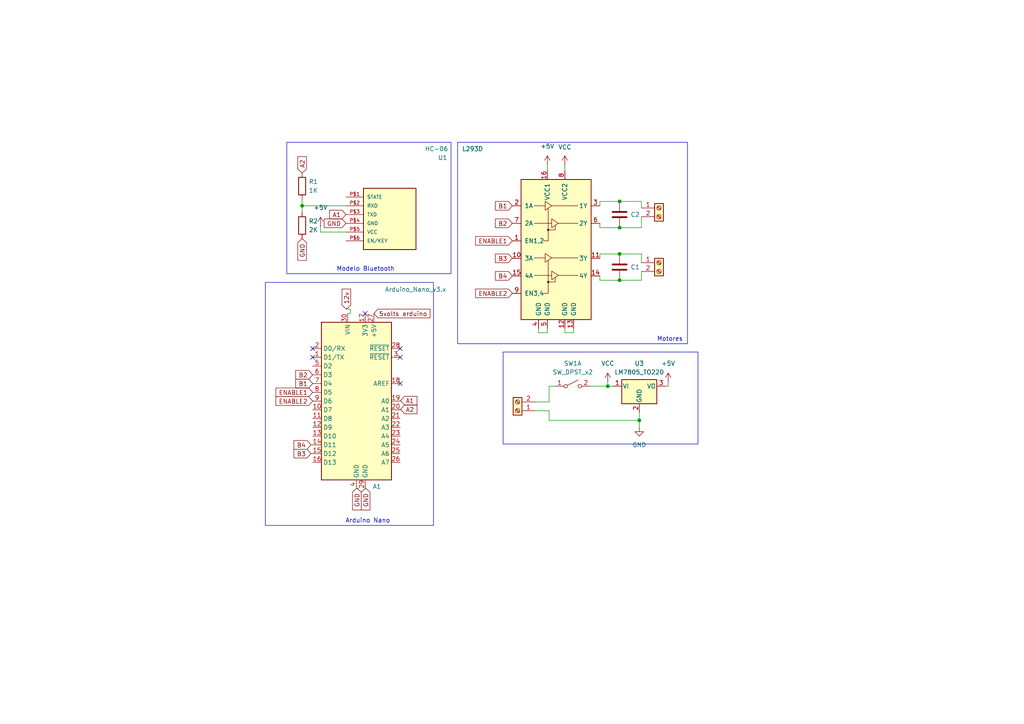
<source format=kicad_sch>
(kicad_sch
	(version 20250114)
	(generator "eeschema")
	(generator_version "9.0")
	(uuid "382f3d8b-9d1f-4ffe-bb6c-bf4b24223870")
	(paper "A4")
	(lib_symbols
		(symbol "Connector:Screw_Terminal_01x02"
			(pin_names
				(offset 1.016)
				(hide yes)
			)
			(exclude_from_sim no)
			(in_bom yes)
			(on_board yes)
			(property "Reference" "J"
				(at 0 2.54 0)
				(effects
					(font
						(size 1.27 1.27)
					)
				)
			)
			(property "Value" "Screw_Terminal_01x02"
				(at 0 -5.08 0)
				(effects
					(font
						(size 1.27 1.27)
					)
				)
			)
			(property "Footprint" ""
				(at 0 0 0)
				(effects
					(font
						(size 1.27 1.27)
					)
					(hide yes)
				)
			)
			(property "Datasheet" "~"
				(at 0 0 0)
				(effects
					(font
						(size 1.27 1.27)
					)
					(hide yes)
				)
			)
			(property "Description" "Generic screw terminal, single row, 01x02, script generated (kicad-library-utils/schlib/autogen/connector/)"
				(at 0 0 0)
				(effects
					(font
						(size 1.27 1.27)
					)
					(hide yes)
				)
			)
			(property "ki_keywords" "screw terminal"
				(at 0 0 0)
				(effects
					(font
						(size 1.27 1.27)
					)
					(hide yes)
				)
			)
			(property "ki_fp_filters" "TerminalBlock*:*"
				(at 0 0 0)
				(effects
					(font
						(size 1.27 1.27)
					)
					(hide yes)
				)
			)
			(symbol "Screw_Terminal_01x02_1_1"
				(rectangle
					(start -1.27 1.27)
					(end 1.27 -3.81)
					(stroke
						(width 0.254)
						(type default)
					)
					(fill
						(type background)
					)
				)
				(polyline
					(pts
						(xy -0.5334 0.3302) (xy 0.3302 -0.508)
					)
					(stroke
						(width 0.1524)
						(type default)
					)
					(fill
						(type none)
					)
				)
				(polyline
					(pts
						(xy -0.5334 -2.2098) (xy 0.3302 -3.048)
					)
					(stroke
						(width 0.1524)
						(type default)
					)
					(fill
						(type none)
					)
				)
				(polyline
					(pts
						(xy -0.3556 0.508) (xy 0.508 -0.3302)
					)
					(stroke
						(width 0.1524)
						(type default)
					)
					(fill
						(type none)
					)
				)
				(polyline
					(pts
						(xy -0.3556 -2.032) (xy 0.508 -2.8702)
					)
					(stroke
						(width 0.1524)
						(type default)
					)
					(fill
						(type none)
					)
				)
				(circle
					(center 0 0)
					(radius 0.635)
					(stroke
						(width 0.1524)
						(type default)
					)
					(fill
						(type none)
					)
				)
				(circle
					(center 0 -2.54)
					(radius 0.635)
					(stroke
						(width 0.1524)
						(type default)
					)
					(fill
						(type none)
					)
				)
				(pin passive line
					(at -5.08 0 0)
					(length 3.81)
					(name "Pin_1"
						(effects
							(font
								(size 1.27 1.27)
							)
						)
					)
					(number "1"
						(effects
							(font
								(size 1.27 1.27)
							)
						)
					)
				)
				(pin passive line
					(at -5.08 -2.54 0)
					(length 3.81)
					(name "Pin_2"
						(effects
							(font
								(size 1.27 1.27)
							)
						)
					)
					(number "2"
						(effects
							(font
								(size 1.27 1.27)
							)
						)
					)
				)
			)
			(embedded_fonts no)
		)
		(symbol "Device:C"
			(pin_numbers
				(hide yes)
			)
			(pin_names
				(offset 0.254)
			)
			(exclude_from_sim no)
			(in_bom yes)
			(on_board yes)
			(property "Reference" "C"
				(at 0.635 2.54 0)
				(effects
					(font
						(size 1.27 1.27)
					)
					(justify left)
				)
			)
			(property "Value" "C"
				(at 0.635 -2.54 0)
				(effects
					(font
						(size 1.27 1.27)
					)
					(justify left)
				)
			)
			(property "Footprint" ""
				(at 0.9652 -3.81 0)
				(effects
					(font
						(size 1.27 1.27)
					)
					(hide yes)
				)
			)
			(property "Datasheet" "~"
				(at 0 0 0)
				(effects
					(font
						(size 1.27 1.27)
					)
					(hide yes)
				)
			)
			(property "Description" "Unpolarized capacitor"
				(at 0 0 0)
				(effects
					(font
						(size 1.27 1.27)
					)
					(hide yes)
				)
			)
			(property "ki_keywords" "cap capacitor"
				(at 0 0 0)
				(effects
					(font
						(size 1.27 1.27)
					)
					(hide yes)
				)
			)
			(property "ki_fp_filters" "C_*"
				(at 0 0 0)
				(effects
					(font
						(size 1.27 1.27)
					)
					(hide yes)
				)
			)
			(symbol "C_0_1"
				(polyline
					(pts
						(xy -2.032 0.762) (xy 2.032 0.762)
					)
					(stroke
						(width 0.508)
						(type default)
					)
					(fill
						(type none)
					)
				)
				(polyline
					(pts
						(xy -2.032 -0.762) (xy 2.032 -0.762)
					)
					(stroke
						(width 0.508)
						(type default)
					)
					(fill
						(type none)
					)
				)
			)
			(symbol "C_1_1"
				(pin passive line
					(at 0 3.81 270)
					(length 2.794)
					(name "~"
						(effects
							(font
								(size 1.27 1.27)
							)
						)
					)
					(number "1"
						(effects
							(font
								(size 1.27 1.27)
							)
						)
					)
				)
				(pin passive line
					(at 0 -3.81 90)
					(length 2.794)
					(name "~"
						(effects
							(font
								(size 1.27 1.27)
							)
						)
					)
					(number "2"
						(effects
							(font
								(size 1.27 1.27)
							)
						)
					)
				)
			)
			(embedded_fonts no)
		)
		(symbol "Device:R"
			(pin_numbers
				(hide yes)
			)
			(pin_names
				(offset 0)
			)
			(exclude_from_sim no)
			(in_bom yes)
			(on_board yes)
			(property "Reference" "R"
				(at 2.032 0 90)
				(effects
					(font
						(size 1.27 1.27)
					)
				)
			)
			(property "Value" "R"
				(at 0 0 90)
				(effects
					(font
						(size 1.27 1.27)
					)
				)
			)
			(property "Footprint" ""
				(at -1.778 0 90)
				(effects
					(font
						(size 1.27 1.27)
					)
					(hide yes)
				)
			)
			(property "Datasheet" "~"
				(at 0 0 0)
				(effects
					(font
						(size 1.27 1.27)
					)
					(hide yes)
				)
			)
			(property "Description" "Resistor"
				(at 0 0 0)
				(effects
					(font
						(size 1.27 1.27)
					)
					(hide yes)
				)
			)
			(property "ki_keywords" "R res resistor"
				(at 0 0 0)
				(effects
					(font
						(size 1.27 1.27)
					)
					(hide yes)
				)
			)
			(property "ki_fp_filters" "R_*"
				(at 0 0 0)
				(effects
					(font
						(size 1.27 1.27)
					)
					(hide yes)
				)
			)
			(symbol "R_0_1"
				(rectangle
					(start -1.016 -2.54)
					(end 1.016 2.54)
					(stroke
						(width 0.254)
						(type default)
					)
					(fill
						(type none)
					)
				)
			)
			(symbol "R_1_1"
				(pin passive line
					(at 0 3.81 270)
					(length 1.27)
					(name "~"
						(effects
							(font
								(size 1.27 1.27)
							)
						)
					)
					(number "1"
						(effects
							(font
								(size 1.27 1.27)
							)
						)
					)
				)
				(pin passive line
					(at 0 -3.81 90)
					(length 1.27)
					(name "~"
						(effects
							(font
								(size 1.27 1.27)
							)
						)
					)
					(number "2"
						(effects
							(font
								(size 1.27 1.27)
							)
						)
					)
				)
			)
			(embedded_fonts no)
		)
		(symbol "Driver_Motor:L293D"
			(pin_names
				(offset 1.016)
			)
			(exclude_from_sim no)
			(in_bom yes)
			(on_board yes)
			(property "Reference" "U"
				(at -5.08 26.035 0)
				(effects
					(font
						(size 1.27 1.27)
					)
					(justify right)
				)
			)
			(property "Value" "L293D"
				(at -5.08 24.13 0)
				(effects
					(font
						(size 1.27 1.27)
					)
					(justify right)
				)
			)
			(property "Footprint" "Package_DIP:DIP-16_W7.62mm"
				(at 6.35 -19.05 0)
				(effects
					(font
						(size 1.27 1.27)
					)
					(justify left)
					(hide yes)
				)
			)
			(property "Datasheet" "http://www.ti.com/lit/ds/symlink/l293.pdf"
				(at -7.62 17.78 0)
				(effects
					(font
						(size 1.27 1.27)
					)
					(hide yes)
				)
			)
			(property "Description" "Quadruple Half-H Drivers"
				(at 0 0 0)
				(effects
					(font
						(size 1.27 1.27)
					)
					(hide yes)
				)
			)
			(property "ki_keywords" "Half-H Driver Motor"
				(at 0 0 0)
				(effects
					(font
						(size 1.27 1.27)
					)
					(hide yes)
				)
			)
			(property "ki_fp_filters" "DIP*W7.62mm*"
				(at 0 0 0)
				(effects
					(font
						(size 1.27 1.27)
					)
					(hide yes)
				)
			)
			(symbol "L293D_0_1"
				(rectangle
					(start -10.16 22.86)
					(end 10.16 -17.78)
					(stroke
						(width 0.254)
						(type default)
					)
					(fill
						(type background)
					)
				)
				(polyline
					(pts
						(xy -6.35 15.24) (xy -3.175 15.24)
					)
					(stroke
						(width 0)
						(type default)
					)
					(fill
						(type none)
					)
				)
				(polyline
					(pts
						(xy -6.35 10.16) (xy -1.27 10.16)
					)
					(stroke
						(width 0)
						(type default)
					)
					(fill
						(type none)
					)
				)
				(polyline
					(pts
						(xy -6.35 0.127) (xy -3.175 0.127)
					)
					(stroke
						(width 0)
						(type default)
					)
					(fill
						(type none)
					)
				)
				(polyline
					(pts
						(xy -6.35 -4.953) (xy -1.27 -4.953)
					)
					(stroke
						(width 0)
						(type default)
					)
					(fill
						(type none)
					)
				)
				(polyline
					(pts
						(xy -3.175 16.51) (xy -3.175 13.97) (xy -1.27 15.24) (xy -3.175 16.51)
					)
					(stroke
						(width 0)
						(type default)
					)
					(fill
						(type none)
					)
				)
				(polyline
					(pts
						(xy -3.175 1.397) (xy -3.175 -1.143) (xy -1.27 0.127) (xy -3.175 1.397)
					)
					(stroke
						(width 0)
						(type default)
					)
					(fill
						(type none)
					)
				)
				(polyline
					(pts
						(xy -2.286 14.478) (xy -2.286 5.08) (xy -3.556 5.08)
					)
					(stroke
						(width 0)
						(type default)
					)
					(fill
						(type none)
					)
				)
				(circle
					(center -2.286 8.255)
					(radius 0.254)
					(stroke
						(width 0)
						(type default)
					)
					(fill
						(type outline)
					)
				)
				(polyline
					(pts
						(xy -2.286 8.255) (xy -0.254 8.255) (xy -0.254 9.525)
					)
					(stroke
						(width 0)
						(type default)
					)
					(fill
						(type none)
					)
				)
				(polyline
					(pts
						(xy -2.286 -0.635) (xy -2.286 -10.16) (xy -3.556 -10.16)
					)
					(stroke
						(width 0)
						(type default)
					)
					(fill
						(type none)
					)
				)
				(circle
					(center -2.286 -6.858)
					(radius 0.254)
					(stroke
						(width 0)
						(type default)
					)
					(fill
						(type outline)
					)
				)
				(polyline
					(pts
						(xy -2.286 -6.858) (xy -0.254 -6.858) (xy -0.254 -5.588)
					)
					(stroke
						(width 0)
						(type default)
					)
					(fill
						(type none)
					)
				)
				(polyline
					(pts
						(xy -1.27 15.24) (xy 6.35 15.24)
					)
					(stroke
						(width 0)
						(type default)
					)
					(fill
						(type none)
					)
				)
				(polyline
					(pts
						(xy -1.27 11.43) (xy -1.27 8.89) (xy 0.635 10.16) (xy -1.27 11.43)
					)
					(stroke
						(width 0)
						(type default)
					)
					(fill
						(type none)
					)
				)
				(polyline
					(pts
						(xy -1.27 0.127) (xy 6.35 0.127)
					)
					(stroke
						(width 0)
						(type default)
					)
					(fill
						(type none)
					)
				)
				(polyline
					(pts
						(xy -1.27 -3.683) (xy -1.27 -6.223) (xy 0.635 -4.953) (xy -1.27 -3.683)
					)
					(stroke
						(width 0)
						(type default)
					)
					(fill
						(type none)
					)
				)
				(polyline
					(pts
						(xy 0.635 10.16) (xy 6.35 10.16)
					)
					(stroke
						(width 0)
						(type default)
					)
					(fill
						(type none)
					)
				)
				(polyline
					(pts
						(xy 0.635 -4.953) (xy 6.35 -4.953)
					)
					(stroke
						(width 0)
						(type default)
					)
					(fill
						(type none)
					)
				)
			)
			(symbol "L293D_1_1"
				(pin input line
					(at -12.7 15.24 0)
					(length 2.54)
					(name "1A"
						(effects
							(font
								(size 1.27 1.27)
							)
						)
					)
					(number "2"
						(effects
							(font
								(size 1.27 1.27)
							)
						)
					)
				)
				(pin input line
					(at -12.7 10.16 0)
					(length 2.54)
					(name "2A"
						(effects
							(font
								(size 1.27 1.27)
							)
						)
					)
					(number "7"
						(effects
							(font
								(size 1.27 1.27)
							)
						)
					)
				)
				(pin input line
					(at -12.7 5.08 0)
					(length 2.54)
					(name "EN1,2"
						(effects
							(font
								(size 1.27 1.27)
							)
						)
					)
					(number "1"
						(effects
							(font
								(size 1.27 1.27)
							)
						)
					)
				)
				(pin input line
					(at -12.7 0 0)
					(length 2.54)
					(name "3A"
						(effects
							(font
								(size 1.27 1.27)
							)
						)
					)
					(number "10"
						(effects
							(font
								(size 1.27 1.27)
							)
						)
					)
				)
				(pin input line
					(at -12.7 -5.08 0)
					(length 2.54)
					(name "4A"
						(effects
							(font
								(size 1.27 1.27)
							)
						)
					)
					(number "15"
						(effects
							(font
								(size 1.27 1.27)
							)
						)
					)
				)
				(pin input line
					(at -12.7 -10.16 0)
					(length 2.54)
					(name "EN3,4"
						(effects
							(font
								(size 1.27 1.27)
							)
						)
					)
					(number "9"
						(effects
							(font
								(size 1.27 1.27)
							)
						)
					)
				)
				(pin power_in line
					(at -5.08 -20.32 90)
					(length 2.54)
					(name "GND"
						(effects
							(font
								(size 1.27 1.27)
							)
						)
					)
					(number "4"
						(effects
							(font
								(size 1.27 1.27)
							)
						)
					)
				)
				(pin power_in line
					(at -2.54 25.4 270)
					(length 2.54)
					(name "VCC1"
						(effects
							(font
								(size 1.27 1.27)
							)
						)
					)
					(number "16"
						(effects
							(font
								(size 1.27 1.27)
							)
						)
					)
				)
				(pin power_in line
					(at -2.54 -20.32 90)
					(length 2.54)
					(name "GND"
						(effects
							(font
								(size 1.27 1.27)
							)
						)
					)
					(number "5"
						(effects
							(font
								(size 1.27 1.27)
							)
						)
					)
				)
				(pin power_in line
					(at 2.54 25.4 270)
					(length 2.54)
					(name "VCC2"
						(effects
							(font
								(size 1.27 1.27)
							)
						)
					)
					(number "8"
						(effects
							(font
								(size 1.27 1.27)
							)
						)
					)
				)
				(pin power_in line
					(at 2.54 -20.32 90)
					(length 2.54)
					(name "GND"
						(effects
							(font
								(size 1.27 1.27)
							)
						)
					)
					(number "12"
						(effects
							(font
								(size 1.27 1.27)
							)
						)
					)
				)
				(pin power_in line
					(at 5.08 -20.32 90)
					(length 2.54)
					(name "GND"
						(effects
							(font
								(size 1.27 1.27)
							)
						)
					)
					(number "13"
						(effects
							(font
								(size 1.27 1.27)
							)
						)
					)
				)
				(pin output line
					(at 12.7 15.24 180)
					(length 2.54)
					(name "1Y"
						(effects
							(font
								(size 1.27 1.27)
							)
						)
					)
					(number "3"
						(effects
							(font
								(size 1.27 1.27)
							)
						)
					)
				)
				(pin output line
					(at 12.7 10.16 180)
					(length 2.54)
					(name "2Y"
						(effects
							(font
								(size 1.27 1.27)
							)
						)
					)
					(number "6"
						(effects
							(font
								(size 1.27 1.27)
							)
						)
					)
				)
				(pin output line
					(at 12.7 0 180)
					(length 2.54)
					(name "3Y"
						(effects
							(font
								(size 1.27 1.27)
							)
						)
					)
					(number "11"
						(effects
							(font
								(size 1.27 1.27)
							)
						)
					)
				)
				(pin output line
					(at 12.7 -5.08 180)
					(length 2.54)
					(name "4Y"
						(effects
							(font
								(size 1.27 1.27)
							)
						)
					)
					(number "14"
						(effects
							(font
								(size 1.27 1.27)
							)
						)
					)
				)
			)
			(embedded_fonts no)
		)
		(symbol "HC-06:HC-06"
			(pin_names
				(offset 1.016)
			)
			(exclude_from_sim no)
			(in_bom yes)
			(on_board yes)
			(property "Reference" "U"
				(at -5.08 10.16 0)
				(effects
					(font
						(size 1.27 1.27)
					)
					(justify left bottom)
				)
			)
			(property "Value" "HC-06"
				(at -5.08 -10.16 0)
				(effects
					(font
						(size 1.27 1.27)
					)
					(justify left bottom)
				)
			)
			(property "Footprint" "HC-06:HC-06"
				(at 0 0 0)
				(effects
					(font
						(size 1.27 1.27)
					)
					(justify bottom)
					(hide yes)
				)
			)
			(property "Datasheet" ""
				(at 0 0 0)
				(effects
					(font
						(size 1.27 1.27)
					)
					(hide yes)
				)
			)
			(property "Description" ""
				(at 0 0 0)
				(effects
					(font
						(size 1.27 1.27)
					)
					(hide yes)
				)
			)
			(property "MF" "ITead Studio"
				(at 0 0 0)
				(effects
					(font
						(size 1.27 1.27)
					)
					(justify bottom)
					(hide yes)
				)
			)
			(property "Description_1" "Serial Port Bluetooth Module (Slave)"
				(at 0 0 0)
				(effects
					(font
						(size 1.27 1.27)
					)
					(justify bottom)
					(hide yes)
				)
			)
			(property "Package" "None"
				(at 0 0 0)
				(effects
					(font
						(size 1.27 1.27)
					)
					(justify bottom)
					(hide yes)
				)
			)
			(property "Price" "None"
				(at 0 0 0)
				(effects
					(font
						(size 1.27 1.27)
					)
					(justify bottom)
					(hide yes)
				)
			)
			(property "SnapEDA_Link" "https://www.snapeda.com/parts/HC-06/ITEAD/view-part/?ref=snap"
				(at 0 0 0)
				(effects
					(font
						(size 1.27 1.27)
					)
					(justify bottom)
					(hide yes)
				)
			)
			(property "MP" "HC-06"
				(at 0 0 0)
				(effects
					(font
						(size 1.27 1.27)
					)
					(justify bottom)
					(hide yes)
				)
			)
			(property "Availability" "Not in stock"
				(at 0 0 0)
				(effects
					(font
						(size 1.27 1.27)
					)
					(justify bottom)
					(hide yes)
				)
			)
			(property "Check_prices" "https://www.snapeda.com/parts/HC-06/ITEAD/view-part/?ref=eda"
				(at 0 0 0)
				(effects
					(font
						(size 1.27 1.27)
					)
					(justify bottom)
					(hide yes)
				)
			)
			(symbol "HC-06_0_0"
				(rectangle
					(start -7.62 -7.62)
					(end 7.62 10.16)
					(stroke
						(width 0.254)
						(type default)
					)
					(fill
						(type background)
					)
				)
				(pin bidirectional line
					(at -12.7 7.62 0)
					(length 5.08)
					(name "STATE"
						(effects
							(font
								(size 1.016 1.016)
							)
						)
					)
					(number "P$1"
						(effects
							(font
								(size 1.016 1.016)
							)
						)
					)
				)
				(pin bidirectional line
					(at -12.7 5.08 0)
					(length 5.08)
					(name "RXD"
						(effects
							(font
								(size 1.016 1.016)
							)
						)
					)
					(number "P$2"
						(effects
							(font
								(size 1.016 1.016)
							)
						)
					)
				)
				(pin bidirectional line
					(at -12.7 2.54 0)
					(length 5.08)
					(name "TXD"
						(effects
							(font
								(size 1.016 1.016)
							)
						)
					)
					(number "P$3"
						(effects
							(font
								(size 1.016 1.016)
							)
						)
					)
				)
				(pin bidirectional line
					(at -12.7 0 0)
					(length 5.08)
					(name "GND"
						(effects
							(font
								(size 1.016 1.016)
							)
						)
					)
					(number "P$4"
						(effects
							(font
								(size 1.016 1.016)
							)
						)
					)
				)
				(pin bidirectional line
					(at -12.7 -2.54 0)
					(length 5.08)
					(name "VCC"
						(effects
							(font
								(size 1.016 1.016)
							)
						)
					)
					(number "P$5"
						(effects
							(font
								(size 1.016 1.016)
							)
						)
					)
				)
				(pin bidirectional line
					(at -12.7 -5.08 0)
					(length 5.08)
					(name "EN/KEY"
						(effects
							(font
								(size 1.016 1.016)
							)
						)
					)
					(number "P$6"
						(effects
							(font
								(size 1.016 1.016)
							)
						)
					)
				)
			)
			(embedded_fonts no)
		)
		(symbol "MCU_Module:Arduino_Nano_v3.x"
			(exclude_from_sim no)
			(in_bom yes)
			(on_board yes)
			(property "Reference" "A"
				(at -10.16 23.495 0)
				(effects
					(font
						(size 1.27 1.27)
					)
					(justify left bottom)
				)
			)
			(property "Value" "Arduino_Nano_v3.x"
				(at 5.08 -24.13 0)
				(effects
					(font
						(size 1.27 1.27)
					)
					(justify left top)
				)
			)
			(property "Footprint" "Module:Arduino_Nano"
				(at 0 0 0)
				(effects
					(font
						(size 1.27 1.27)
						(italic yes)
					)
					(hide yes)
				)
			)
			(property "Datasheet" "http://www.mouser.com/pdfdocs/Gravitech_Arduino_Nano3_0.pdf"
				(at 0 0 0)
				(effects
					(font
						(size 1.27 1.27)
					)
					(hide yes)
				)
			)
			(property "Description" "Arduino Nano v3.x"
				(at 0 0 0)
				(effects
					(font
						(size 1.27 1.27)
					)
					(hide yes)
				)
			)
			(property "ki_keywords" "Arduino nano microcontroller module USB"
				(at 0 0 0)
				(effects
					(font
						(size 1.27 1.27)
					)
					(hide yes)
				)
			)
			(property "ki_fp_filters" "Arduino*Nano*"
				(at 0 0 0)
				(effects
					(font
						(size 1.27 1.27)
					)
					(hide yes)
				)
			)
			(symbol "Arduino_Nano_v3.x_0_1"
				(rectangle
					(start -10.16 22.86)
					(end 10.16 -22.86)
					(stroke
						(width 0.254)
						(type default)
					)
					(fill
						(type background)
					)
				)
			)
			(symbol "Arduino_Nano_v3.x_1_1"
				(pin bidirectional line
					(at -12.7 15.24 0)
					(length 2.54)
					(name "D0/RX"
						(effects
							(font
								(size 1.27 1.27)
							)
						)
					)
					(number "2"
						(effects
							(font
								(size 1.27 1.27)
							)
						)
					)
				)
				(pin bidirectional line
					(at -12.7 12.7 0)
					(length 2.54)
					(name "D1/TX"
						(effects
							(font
								(size 1.27 1.27)
							)
						)
					)
					(number "1"
						(effects
							(font
								(size 1.27 1.27)
							)
						)
					)
				)
				(pin bidirectional line
					(at -12.7 10.16 0)
					(length 2.54)
					(name "D2"
						(effects
							(font
								(size 1.27 1.27)
							)
						)
					)
					(number "5"
						(effects
							(font
								(size 1.27 1.27)
							)
						)
					)
				)
				(pin bidirectional line
					(at -12.7 7.62 0)
					(length 2.54)
					(name "D3"
						(effects
							(font
								(size 1.27 1.27)
							)
						)
					)
					(number "6"
						(effects
							(font
								(size 1.27 1.27)
							)
						)
					)
				)
				(pin bidirectional line
					(at -12.7 5.08 0)
					(length 2.54)
					(name "D4"
						(effects
							(font
								(size 1.27 1.27)
							)
						)
					)
					(number "7"
						(effects
							(font
								(size 1.27 1.27)
							)
						)
					)
				)
				(pin bidirectional line
					(at -12.7 2.54 0)
					(length 2.54)
					(name "D5"
						(effects
							(font
								(size 1.27 1.27)
							)
						)
					)
					(number "8"
						(effects
							(font
								(size 1.27 1.27)
							)
						)
					)
				)
				(pin bidirectional line
					(at -12.7 0 0)
					(length 2.54)
					(name "D6"
						(effects
							(font
								(size 1.27 1.27)
							)
						)
					)
					(number "9"
						(effects
							(font
								(size 1.27 1.27)
							)
						)
					)
				)
				(pin bidirectional line
					(at -12.7 -2.54 0)
					(length 2.54)
					(name "D7"
						(effects
							(font
								(size 1.27 1.27)
							)
						)
					)
					(number "10"
						(effects
							(font
								(size 1.27 1.27)
							)
						)
					)
				)
				(pin bidirectional line
					(at -12.7 -5.08 0)
					(length 2.54)
					(name "D8"
						(effects
							(font
								(size 1.27 1.27)
							)
						)
					)
					(number "11"
						(effects
							(font
								(size 1.27 1.27)
							)
						)
					)
				)
				(pin bidirectional line
					(at -12.7 -7.62 0)
					(length 2.54)
					(name "D9"
						(effects
							(font
								(size 1.27 1.27)
							)
						)
					)
					(number "12"
						(effects
							(font
								(size 1.27 1.27)
							)
						)
					)
				)
				(pin bidirectional line
					(at -12.7 -10.16 0)
					(length 2.54)
					(name "D10"
						(effects
							(font
								(size 1.27 1.27)
							)
						)
					)
					(number "13"
						(effects
							(font
								(size 1.27 1.27)
							)
						)
					)
				)
				(pin bidirectional line
					(at -12.7 -12.7 0)
					(length 2.54)
					(name "D11"
						(effects
							(font
								(size 1.27 1.27)
							)
						)
					)
					(number "14"
						(effects
							(font
								(size 1.27 1.27)
							)
						)
					)
				)
				(pin bidirectional line
					(at -12.7 -15.24 0)
					(length 2.54)
					(name "D12"
						(effects
							(font
								(size 1.27 1.27)
							)
						)
					)
					(number "15"
						(effects
							(font
								(size 1.27 1.27)
							)
						)
					)
				)
				(pin bidirectional line
					(at -12.7 -17.78 0)
					(length 2.54)
					(name "D13"
						(effects
							(font
								(size 1.27 1.27)
							)
						)
					)
					(number "16"
						(effects
							(font
								(size 1.27 1.27)
							)
						)
					)
				)
				(pin power_in line
					(at -2.54 25.4 270)
					(length 2.54)
					(name "VIN"
						(effects
							(font
								(size 1.27 1.27)
							)
						)
					)
					(number "30"
						(effects
							(font
								(size 1.27 1.27)
							)
						)
					)
				)
				(pin power_in line
					(at 0 -25.4 90)
					(length 2.54)
					(name "GND"
						(effects
							(font
								(size 1.27 1.27)
							)
						)
					)
					(number "4"
						(effects
							(font
								(size 1.27 1.27)
							)
						)
					)
				)
				(pin power_out line
					(at 2.54 25.4 270)
					(length 2.54)
					(name "3V3"
						(effects
							(font
								(size 1.27 1.27)
							)
						)
					)
					(number "17"
						(effects
							(font
								(size 1.27 1.27)
							)
						)
					)
				)
				(pin power_in line
					(at 2.54 -25.4 90)
					(length 2.54)
					(name "GND"
						(effects
							(font
								(size 1.27 1.27)
							)
						)
					)
					(number "29"
						(effects
							(font
								(size 1.27 1.27)
							)
						)
					)
				)
				(pin power_out line
					(at 5.08 25.4 270)
					(length 2.54)
					(name "+5V"
						(effects
							(font
								(size 1.27 1.27)
							)
						)
					)
					(number "27"
						(effects
							(font
								(size 1.27 1.27)
							)
						)
					)
				)
				(pin input line
					(at 12.7 15.24 180)
					(length 2.54)
					(name "~{RESET}"
						(effects
							(font
								(size 1.27 1.27)
							)
						)
					)
					(number "28"
						(effects
							(font
								(size 1.27 1.27)
							)
						)
					)
				)
				(pin input line
					(at 12.7 12.7 180)
					(length 2.54)
					(name "~{RESET}"
						(effects
							(font
								(size 1.27 1.27)
							)
						)
					)
					(number "3"
						(effects
							(font
								(size 1.27 1.27)
							)
						)
					)
				)
				(pin input line
					(at 12.7 5.08 180)
					(length 2.54)
					(name "AREF"
						(effects
							(font
								(size 1.27 1.27)
							)
						)
					)
					(number "18"
						(effects
							(font
								(size 1.27 1.27)
							)
						)
					)
				)
				(pin bidirectional line
					(at 12.7 0 180)
					(length 2.54)
					(name "A0"
						(effects
							(font
								(size 1.27 1.27)
							)
						)
					)
					(number "19"
						(effects
							(font
								(size 1.27 1.27)
							)
						)
					)
				)
				(pin bidirectional line
					(at 12.7 -2.54 180)
					(length 2.54)
					(name "A1"
						(effects
							(font
								(size 1.27 1.27)
							)
						)
					)
					(number "20"
						(effects
							(font
								(size 1.27 1.27)
							)
						)
					)
				)
				(pin bidirectional line
					(at 12.7 -5.08 180)
					(length 2.54)
					(name "A2"
						(effects
							(font
								(size 1.27 1.27)
							)
						)
					)
					(number "21"
						(effects
							(font
								(size 1.27 1.27)
							)
						)
					)
				)
				(pin bidirectional line
					(at 12.7 -7.62 180)
					(length 2.54)
					(name "A3"
						(effects
							(font
								(size 1.27 1.27)
							)
						)
					)
					(number "22"
						(effects
							(font
								(size 1.27 1.27)
							)
						)
					)
				)
				(pin bidirectional line
					(at 12.7 -10.16 180)
					(length 2.54)
					(name "A4"
						(effects
							(font
								(size 1.27 1.27)
							)
						)
					)
					(number "23"
						(effects
							(font
								(size 1.27 1.27)
							)
						)
					)
				)
				(pin bidirectional line
					(at 12.7 -12.7 180)
					(length 2.54)
					(name "A5"
						(effects
							(font
								(size 1.27 1.27)
							)
						)
					)
					(number "24"
						(effects
							(font
								(size 1.27 1.27)
							)
						)
					)
				)
				(pin bidirectional line
					(at 12.7 -15.24 180)
					(length 2.54)
					(name "A6"
						(effects
							(font
								(size 1.27 1.27)
							)
						)
					)
					(number "25"
						(effects
							(font
								(size 1.27 1.27)
							)
						)
					)
				)
				(pin bidirectional line
					(at 12.7 -17.78 180)
					(length 2.54)
					(name "A7"
						(effects
							(font
								(size 1.27 1.27)
							)
						)
					)
					(number "26"
						(effects
							(font
								(size 1.27 1.27)
							)
						)
					)
				)
			)
			(embedded_fonts no)
		)
		(symbol "Regulator_Linear:LM7805_TO220"
			(pin_names
				(offset 0.254)
			)
			(exclude_from_sim no)
			(in_bom yes)
			(on_board yes)
			(property "Reference" "U"
				(at -3.81 3.175 0)
				(effects
					(font
						(size 1.27 1.27)
					)
				)
			)
			(property "Value" "LM7805_TO220"
				(at 0 3.175 0)
				(effects
					(font
						(size 1.27 1.27)
					)
					(justify left)
				)
			)
			(property "Footprint" "Package_TO_SOT_THT:TO-220-3_Vertical"
				(at 0 5.715 0)
				(effects
					(font
						(size 1.27 1.27)
						(italic yes)
					)
					(hide yes)
				)
			)
			(property "Datasheet" "https://www.onsemi.cn/PowerSolutions/document/MC7800-D.PDF"
				(at 0 -1.27 0)
				(effects
					(font
						(size 1.27 1.27)
					)
					(hide yes)
				)
			)
			(property "Description" "Positive 1A 35V Linear Regulator, Fixed Output 5V, TO-220"
				(at 0 0 0)
				(effects
					(font
						(size 1.27 1.27)
					)
					(hide yes)
				)
			)
			(property "ki_keywords" "Voltage Regulator 1A Positive"
				(at 0 0 0)
				(effects
					(font
						(size 1.27 1.27)
					)
					(hide yes)
				)
			)
			(property "ki_fp_filters" "TO?220*"
				(at 0 0 0)
				(effects
					(font
						(size 1.27 1.27)
					)
					(hide yes)
				)
			)
			(symbol "LM7805_TO220_0_1"
				(rectangle
					(start -5.08 1.905)
					(end 5.08 -5.08)
					(stroke
						(width 0.254)
						(type default)
					)
					(fill
						(type background)
					)
				)
			)
			(symbol "LM7805_TO220_1_1"
				(pin power_in line
					(at -7.62 0 0)
					(length 2.54)
					(name "VI"
						(effects
							(font
								(size 1.27 1.27)
							)
						)
					)
					(number "1"
						(effects
							(font
								(size 1.27 1.27)
							)
						)
					)
				)
				(pin power_in line
					(at 0 -7.62 90)
					(length 2.54)
					(name "GND"
						(effects
							(font
								(size 1.27 1.27)
							)
						)
					)
					(number "2"
						(effects
							(font
								(size 1.27 1.27)
							)
						)
					)
				)
				(pin power_out line
					(at 7.62 0 180)
					(length 2.54)
					(name "VO"
						(effects
							(font
								(size 1.27 1.27)
							)
						)
					)
					(number "3"
						(effects
							(font
								(size 1.27 1.27)
							)
						)
					)
				)
			)
			(embedded_fonts no)
		)
		(symbol "Switch:SW_DPST_x2"
			(pin_names
				(offset 0)
				(hide yes)
			)
			(exclude_from_sim no)
			(in_bom yes)
			(on_board yes)
			(property "Reference" "SW"
				(at 0 3.175 0)
				(effects
					(font
						(size 1.27 1.27)
					)
				)
			)
			(property "Value" "SW_DPST_x2"
				(at 0 -2.54 0)
				(effects
					(font
						(size 1.27 1.27)
					)
				)
			)
			(property "Footprint" ""
				(at 0 0 0)
				(effects
					(font
						(size 1.27 1.27)
					)
					(hide yes)
				)
			)
			(property "Datasheet" "~"
				(at 0 0 0)
				(effects
					(font
						(size 1.27 1.27)
					)
					(hide yes)
				)
			)
			(property "Description" "Single Pole Single Throw (SPST) switch, separate symbol"
				(at 0 0 0)
				(effects
					(font
						(size 1.27 1.27)
					)
					(hide yes)
				)
			)
			(property "ki_keywords" "switch lever"
				(at 0 0 0)
				(effects
					(font
						(size 1.27 1.27)
					)
					(hide yes)
				)
			)
			(symbol "SW_DPST_x2_0_0"
				(circle
					(center -2.032 0)
					(radius 0.508)
					(stroke
						(width 0)
						(type default)
					)
					(fill
						(type none)
					)
				)
				(polyline
					(pts
						(xy -1.524 0.254) (xy 1.524 1.778)
					)
					(stroke
						(width 0)
						(type default)
					)
					(fill
						(type none)
					)
				)
				(circle
					(center 2.032 0)
					(radius 0.508)
					(stroke
						(width 0)
						(type default)
					)
					(fill
						(type none)
					)
				)
			)
			(symbol "SW_DPST_x2_1_1"
				(pin passive line
					(at -5.08 0 0)
					(length 2.54)
					(name "A"
						(effects
							(font
								(size 1.27 1.27)
							)
						)
					)
					(number "1"
						(effects
							(font
								(size 1.27 1.27)
							)
						)
					)
				)
				(pin passive line
					(at 5.08 0 180)
					(length 2.54)
					(name "B"
						(effects
							(font
								(size 1.27 1.27)
							)
						)
					)
					(number "2"
						(effects
							(font
								(size 1.27 1.27)
							)
						)
					)
				)
			)
			(symbol "SW_DPST_x2_2_1"
				(pin passive line
					(at -5.08 0 0)
					(length 2.54)
					(name "A"
						(effects
							(font
								(size 1.27 1.27)
							)
						)
					)
					(number "3"
						(effects
							(font
								(size 1.27 1.27)
							)
						)
					)
				)
				(pin passive line
					(at 5.08 0 180)
					(length 2.54)
					(name "B"
						(effects
							(font
								(size 1.27 1.27)
							)
						)
					)
					(number "4"
						(effects
							(font
								(size 1.27 1.27)
							)
						)
					)
				)
			)
			(embedded_fonts no)
		)
		(symbol "power:+5V"
			(power)
			(pin_numbers
				(hide yes)
			)
			(pin_names
				(offset 0)
				(hide yes)
			)
			(exclude_from_sim no)
			(in_bom yes)
			(on_board yes)
			(property "Reference" "#PWR"
				(at 0 -3.81 0)
				(effects
					(font
						(size 1.27 1.27)
					)
					(hide yes)
				)
			)
			(property "Value" "+5V"
				(at 0 3.556 0)
				(effects
					(font
						(size 1.27 1.27)
					)
				)
			)
			(property "Footprint" ""
				(at 0 0 0)
				(effects
					(font
						(size 1.27 1.27)
					)
					(hide yes)
				)
			)
			(property "Datasheet" ""
				(at 0 0 0)
				(effects
					(font
						(size 1.27 1.27)
					)
					(hide yes)
				)
			)
			(property "Description" "Power symbol creates a global label with name \"+5V\""
				(at 0 0 0)
				(effects
					(font
						(size 1.27 1.27)
					)
					(hide yes)
				)
			)
			(property "ki_keywords" "global power"
				(at 0 0 0)
				(effects
					(font
						(size 1.27 1.27)
					)
					(hide yes)
				)
			)
			(symbol "+5V_0_1"
				(polyline
					(pts
						(xy -0.762 1.27) (xy 0 2.54)
					)
					(stroke
						(width 0)
						(type default)
					)
					(fill
						(type none)
					)
				)
				(polyline
					(pts
						(xy 0 2.54) (xy 0.762 1.27)
					)
					(stroke
						(width 0)
						(type default)
					)
					(fill
						(type none)
					)
				)
				(polyline
					(pts
						(xy 0 0) (xy 0 2.54)
					)
					(stroke
						(width 0)
						(type default)
					)
					(fill
						(type none)
					)
				)
			)
			(symbol "+5V_1_1"
				(pin power_in line
					(at 0 0 90)
					(length 0)
					(name "~"
						(effects
							(font
								(size 1.27 1.27)
							)
						)
					)
					(number "1"
						(effects
							(font
								(size 1.27 1.27)
							)
						)
					)
				)
			)
			(embedded_fonts no)
		)
		(symbol "power:GND"
			(power)
			(pin_numbers
				(hide yes)
			)
			(pin_names
				(offset 0)
				(hide yes)
			)
			(exclude_from_sim no)
			(in_bom yes)
			(on_board yes)
			(property "Reference" "#PWR"
				(at 0 -6.35 0)
				(effects
					(font
						(size 1.27 1.27)
					)
					(hide yes)
				)
			)
			(property "Value" "GND"
				(at 0 -3.81 0)
				(effects
					(font
						(size 1.27 1.27)
					)
				)
			)
			(property "Footprint" ""
				(at 0 0 0)
				(effects
					(font
						(size 1.27 1.27)
					)
					(hide yes)
				)
			)
			(property "Datasheet" ""
				(at 0 0 0)
				(effects
					(font
						(size 1.27 1.27)
					)
					(hide yes)
				)
			)
			(property "Description" "Power symbol creates a global label with name \"GND\" , ground"
				(at 0 0 0)
				(effects
					(font
						(size 1.27 1.27)
					)
					(hide yes)
				)
			)
			(property "ki_keywords" "global power"
				(at 0 0 0)
				(effects
					(font
						(size 1.27 1.27)
					)
					(hide yes)
				)
			)
			(symbol "GND_0_1"
				(polyline
					(pts
						(xy 0 0) (xy 0 -1.27) (xy 1.27 -1.27) (xy 0 -2.54) (xy -1.27 -1.27) (xy 0 -1.27)
					)
					(stroke
						(width 0)
						(type default)
					)
					(fill
						(type none)
					)
				)
			)
			(symbol "GND_1_1"
				(pin power_in line
					(at 0 0 270)
					(length 0)
					(name "~"
						(effects
							(font
								(size 1.27 1.27)
							)
						)
					)
					(number "1"
						(effects
							(font
								(size 1.27 1.27)
							)
						)
					)
				)
			)
			(embedded_fonts no)
		)
		(symbol "power:VCC"
			(power)
			(pin_numbers
				(hide yes)
			)
			(pin_names
				(offset 0)
				(hide yes)
			)
			(exclude_from_sim no)
			(in_bom yes)
			(on_board yes)
			(property "Reference" "#PWR"
				(at 0 -3.81 0)
				(effects
					(font
						(size 1.27 1.27)
					)
					(hide yes)
				)
			)
			(property "Value" "VCC"
				(at 0 3.556 0)
				(effects
					(font
						(size 1.27 1.27)
					)
				)
			)
			(property "Footprint" ""
				(at 0 0 0)
				(effects
					(font
						(size 1.27 1.27)
					)
					(hide yes)
				)
			)
			(property "Datasheet" ""
				(at 0 0 0)
				(effects
					(font
						(size 1.27 1.27)
					)
					(hide yes)
				)
			)
			(property "Description" "Power symbol creates a global label with name \"VCC\""
				(at 0 0 0)
				(effects
					(font
						(size 1.27 1.27)
					)
					(hide yes)
				)
			)
			(property "ki_keywords" "global power"
				(at 0 0 0)
				(effects
					(font
						(size 1.27 1.27)
					)
					(hide yes)
				)
			)
			(symbol "VCC_0_1"
				(polyline
					(pts
						(xy -0.762 1.27) (xy 0 2.54)
					)
					(stroke
						(width 0)
						(type default)
					)
					(fill
						(type none)
					)
				)
				(polyline
					(pts
						(xy 0 2.54) (xy 0.762 1.27)
					)
					(stroke
						(width 0)
						(type default)
					)
					(fill
						(type none)
					)
				)
				(polyline
					(pts
						(xy 0 0) (xy 0 2.54)
					)
					(stroke
						(width 0)
						(type default)
					)
					(fill
						(type none)
					)
				)
			)
			(symbol "VCC_1_1"
				(pin power_in line
					(at 0 0 90)
					(length 0)
					(name "~"
						(effects
							(font
								(size 1.27 1.27)
							)
						)
					)
					(number "1"
						(effects
							(font
								(size 1.27 1.27)
							)
						)
					)
				)
			)
			(embedded_fonts no)
		)
	)
	(rectangle
		(start 132.715 41.275)
		(end 199.39 99.695)
		(stroke
			(width 0)
			(type default)
		)
		(fill
			(type none)
		)
		(uuid 26be5530-dc5e-4ec7-9348-6d5d5b1f444b)
	)
	(rectangle
		(start 145.923 102.108)
		(end 202.438 128.778)
		(stroke
			(width 0)
			(type default)
		)
		(fill
			(type none)
		)
		(uuid 714ae2d7-6ed6-4db1-9572-24e28bafa306)
	)
	(rectangle
		(start 76.962 81.915)
		(end 125.73 152.4)
		(stroke
			(width 0)
			(type default)
		)
		(fill
			(type none)
		)
		(uuid 7b4b2163-f3e0-4c1a-a189-fd57ad6d7139)
	)
	(rectangle
		(start 83.185 41.275)
		(end 130.81 79.375)
		(stroke
			(width 0)
			(type default)
		)
		(fill
			(type none)
		)
		(uuid a588d529-0873-4c08-893d-d24f198c21d5)
	)
	(text "Motores"
		(exclude_from_sim no)
		(at 194.31 98.425 0)
		(effects
			(font
				(size 1.27 1.27)
			)
		)
		(uuid "40d52e9a-dc72-46dc-b2a3-f9a94345e99c")
	)
	(text "Arduino Nano\n"
		(exclude_from_sim no)
		(at 106.68 151.13 0)
		(effects
			(font
				(size 1.27 1.27)
			)
		)
		(uuid "849cec92-a047-4a8c-a91e-80bf33835127")
	)
	(text "Modelo Bluetooth"
		(exclude_from_sim no)
		(at 106.045 78.105 0)
		(effects
			(font
				(size 1.27 1.27)
			)
		)
		(uuid "88b4a627-0d37-48d0-a591-855146e459f4")
	)
	(junction
		(at 176.276 112.014)
		(diameter 0)
		(color 0 0 0 0)
		(uuid "0464c5d5-9200-462c-967b-9096c773d56e")
	)
	(junction
		(at 185.42 121.92)
		(diameter 0)
		(color 0 0 0 0)
		(uuid "55f0a868-e0bd-4e0d-9d1e-6621d2d3589a")
	)
	(junction
		(at 87.63 59.69)
		(diameter 0)
		(color 0 0 0 0)
		(uuid "669c721f-f140-4814-8b9f-04c2e6c2d6f4")
	)
	(junction
		(at 179.705 66.04)
		(diameter 0)
		(color 0 0 0 0)
		(uuid "8e3b095f-8034-40ab-89a9-8d9d6a2cc072")
	)
	(junction
		(at 179.705 73.66)
		(diameter 0)
		(color 0 0 0 0)
		(uuid "abaa9f6e-56c5-4122-b523-9379c566076d")
	)
	(junction
		(at 179.705 81.28)
		(diameter 0)
		(color 0 0 0 0)
		(uuid "c6aad889-b371-4772-8ff4-e25da7a28c70")
	)
	(junction
		(at 179.705 58.42)
		(diameter 0)
		(color 0 0 0 0)
		(uuid "f3175bed-7d8c-44b2-8e84-efc360ca80b8")
	)
	(no_connect
		(at 90.678 103.632)
		(uuid "1d631c3b-da37-4291-999e-6519de3296cb")
	)
	(no_connect
		(at 90.678 101.092)
		(uuid "36303086-aea3-48b2-83d9-a93d1e049ece")
	)
	(no_connect
		(at 116.078 111.252)
		(uuid "4cf20b21-7e67-415a-9954-915da9910da0")
	)
	(no_connect
		(at 105.918 90.932)
		(uuid "6605880c-65e2-4bba-8447-c4f0983e4828")
	)
	(no_connect
		(at 116.078 101.092)
		(uuid "9c053779-de5b-4d4a-8ff1-e3fae591495d")
	)
	(no_connect
		(at 116.078 103.632)
		(uuid "bb4cf142-4c74-4400-b0b4-bf1f22ba97b3")
	)
	(wire
		(pts
			(xy 186.055 58.42) (xy 179.705 58.42)
		)
		(stroke
			(width 0)
			(type default)
		)
		(uuid "020d9acf-cf9d-4d50-94e4-f179e19818b4")
	)
	(wire
		(pts
			(xy 173.99 74.93) (xy 173.99 73.66)
		)
		(stroke
			(width 0)
			(type default)
		)
		(uuid "08491900-4de9-46b0-b838-a7123b2a0bd1")
	)
	(wire
		(pts
			(xy 185.42 119.634) (xy 185.42 121.92)
		)
		(stroke
			(width 0)
			(type default)
		)
		(uuid "1072ae16-cb00-493b-8682-30ccb6b865a7")
	)
	(wire
		(pts
			(xy 159.258 121.92) (xy 185.42 121.92)
		)
		(stroke
			(width 0)
			(type default)
		)
		(uuid "1faad171-c380-4cb1-b836-e5fc20a0fae7")
	)
	(wire
		(pts
			(xy 106.172 141.605) (xy 106.045 141.605)
		)
		(stroke
			(width 0)
			(type default)
		)
		(uuid "22e2253d-946a-4ca5-9d64-e591c04e766d")
	)
	(wire
		(pts
			(xy 115.824 118.745) (xy 116.205 118.745)
		)
		(stroke
			(width 0)
			(type default)
		)
		(uuid "26d4815c-5ec8-44c4-ab23-ae5acad54a76")
	)
	(wire
		(pts
			(xy 101.6 89.662) (xy 101.6 90.932)
		)
		(stroke
			(width 0)
			(type default)
		)
		(uuid "32bd9aa7-0d40-429d-aa88-6d1ff04ea7d8")
	)
	(wire
		(pts
			(xy 186.055 60.325) (xy 186.055 58.42)
		)
		(stroke
			(width 0)
			(type default)
		)
		(uuid "368d29a4-33ac-4f9e-9372-c05cfbc18a7e")
	)
	(wire
		(pts
			(xy 87.63 59.69) (xy 87.63 61.595)
		)
		(stroke
			(width 0)
			(type default)
		)
		(uuid "37be0075-89f0-4b32-b6e3-93c4ed9430b8")
	)
	(wire
		(pts
			(xy 158.75 47.752) (xy 158.75 49.53)
		)
		(stroke
			(width 0)
			(type default)
		)
		(uuid "396bdc34-14be-4b25-b86e-dc19f93a6ea7")
	)
	(wire
		(pts
			(xy 193.802 112.014) (xy 193.04 112.014)
		)
		(stroke
			(width 0)
			(type default)
		)
		(uuid "4c3923c7-37b0-4f68-88ea-3e0bcfe11534")
	)
	(wire
		(pts
			(xy 193.802 110.744) (xy 193.802 112.014)
		)
		(stroke
			(width 0)
			(type default)
		)
		(uuid "4d614ed9-0477-4c4d-a0e4-59b063dfae5f")
	)
	(wire
		(pts
			(xy 163.83 95.25) (xy 163.83 96.52)
		)
		(stroke
			(width 0)
			(type default)
		)
		(uuid "4ebb0cb7-b67c-45e9-9d0f-f66601672ac0")
	)
	(wire
		(pts
			(xy 155.194 119.126) (xy 159.258 119.126)
		)
		(stroke
			(width 0)
			(type default)
		)
		(uuid "53aa521c-b1ab-49ef-b490-d1a4582e9639")
	)
	(wire
		(pts
			(xy 185.42 123.952) (xy 185.42 121.92)
		)
		(stroke
			(width 0)
			(type default)
		)
		(uuid "60b88258-0028-44a9-bb47-246642296654")
	)
	(wire
		(pts
			(xy 103.378 141.732) (xy 103.886 141.732)
		)
		(stroke
			(width 0)
			(type default)
		)
		(uuid "632c6865-9fef-45e7-af89-65655241bfd1")
	)
	(wire
		(pts
			(xy 92.964 67.31) (xy 100.33 67.31)
		)
		(stroke
			(width 0)
			(type default)
		)
		(uuid "650f076a-7e81-4907-9bc5-076eb8d5bf40")
	)
	(wire
		(pts
			(xy 171.196 112.014) (xy 176.276 112.014)
		)
		(stroke
			(width 0)
			(type default)
		)
		(uuid "6818a22e-9a81-4365-bc9d-a009bf2074f5")
	)
	(wire
		(pts
			(xy 156.21 95.25) (xy 156.21 96.52)
		)
		(stroke
			(width 0)
			(type default)
		)
		(uuid "69b9d4a8-ccc5-4578-951f-dcce905d5da1")
	)
	(wire
		(pts
			(xy 116.078 116.205) (xy 116.205 116.205)
		)
		(stroke
			(width 0)
			(type default)
		)
		(uuid "71841e30-9545-49fa-ad24-956753d92776")
	)
	(wire
		(pts
			(xy 155.194 116.586) (xy 159.258 116.586)
		)
		(stroke
			(width 0)
			(type default)
		)
		(uuid "71954b49-6082-4b13-98e9-ada73dc1a24e")
	)
	(wire
		(pts
			(xy 101.6 89.662) (xy 100.457 89.662)
		)
		(stroke
			(width 0)
			(type default)
		)
		(uuid "74075a4e-9627-407e-9064-87ef877da85e")
	)
	(wire
		(pts
			(xy 90.17 129.032) (xy 90.678 129.032)
		)
		(stroke
			(width 0)
			(type default)
		)
		(uuid "75e6a6db-7ced-4bbc-95b9-5d1d1a7fe32b")
	)
	(wire
		(pts
			(xy 106.172 141.732) (xy 106.172 141.605)
		)
		(stroke
			(width 0)
			(type default)
		)
		(uuid "785df884-67ab-4b4d-8fc1-54b6362a86b1")
	)
	(wire
		(pts
			(xy 173.99 59.69) (xy 173.99 58.42)
		)
		(stroke
			(width 0)
			(type default)
		)
		(uuid "7d7cf319-459d-49a7-9500-bbec7ab6f064")
	)
	(wire
		(pts
			(xy 186.055 66.04) (xy 179.705 66.04)
		)
		(stroke
			(width 0)
			(type default)
		)
		(uuid "813332d6-5709-49fd-89eb-2830d4f10122")
	)
	(wire
		(pts
			(xy 186.055 81.28) (xy 179.705 81.28)
		)
		(stroke
			(width 0)
			(type default)
		)
		(uuid "898f6065-85de-46a6-a1c0-1091deeeb7c2")
	)
	(wire
		(pts
			(xy 186.055 62.865) (xy 186.055 66.04)
		)
		(stroke
			(width 0)
			(type default)
		)
		(uuid "8bb52c35-c3cd-4daa-9923-d57a472103cc")
	)
	(wire
		(pts
			(xy 163.83 47.752) (xy 163.83 49.53)
		)
		(stroke
			(width 0)
			(type default)
		)
		(uuid "8bc07fd7-f481-4c56-8206-7c64d2fb1a54")
	)
	(wire
		(pts
			(xy 116.078 118.872) (xy 115.824 118.872)
		)
		(stroke
			(width 0)
			(type default)
		)
		(uuid "94ab1d9c-3e28-4d76-a79d-9919010a76a7")
	)
	(wire
		(pts
			(xy 116.078 116.332) (xy 116.078 116.205)
		)
		(stroke
			(width 0)
			(type default)
		)
		(uuid "9576be54-687a-4e7b-a798-b45b48fff48a")
	)
	(wire
		(pts
			(xy 103.886 141.605) (xy 103.505 141.605)
		)
		(stroke
			(width 0)
			(type default)
		)
		(uuid "a0c63f0f-b5f6-472f-9312-3f82ce452ea4")
	)
	(wire
		(pts
			(xy 173.99 81.28) (xy 173.99 80.01)
		)
		(stroke
			(width 0)
			(type default)
		)
		(uuid "a100223e-115c-406c-8274-ae707aaf6e97")
	)
	(wire
		(pts
			(xy 173.99 81.28) (xy 179.705 81.28)
		)
		(stroke
			(width 0)
			(type default)
		)
		(uuid "a2df3f69-452c-4884-9531-0c407d20b51f")
	)
	(wire
		(pts
			(xy 186.055 73.66) (xy 179.705 73.66)
		)
		(stroke
			(width 0)
			(type default)
		)
		(uuid "a4c50a5e-6ce0-41c0-b3c0-b0842f75b435")
	)
	(wire
		(pts
			(xy 163.83 96.52) (xy 166.37 96.52)
		)
		(stroke
			(width 0)
			(type default)
		)
		(uuid "a9538986-4e1a-427f-84f7-b6bb8fa96cbf")
	)
	(wire
		(pts
			(xy 103.886 141.732) (xy 103.886 141.605)
		)
		(stroke
			(width 0)
			(type default)
		)
		(uuid "a981cf1e-5a22-493a-b7f6-d5a805ad3abf")
	)
	(wire
		(pts
			(xy 173.99 73.66) (xy 179.705 73.66)
		)
		(stroke
			(width 0)
			(type default)
		)
		(uuid "afecaecc-7f5f-47b7-8b4b-f83c5ac266c9")
	)
	(wire
		(pts
			(xy 159.258 119.126) (xy 159.258 121.92)
		)
		(stroke
			(width 0)
			(type default)
		)
		(uuid "bfc1b2bc-5ba6-493e-83a1-fd72ec66cd42")
	)
	(wire
		(pts
			(xy 186.055 76.2) (xy 186.055 73.66)
		)
		(stroke
			(width 0)
			(type default)
		)
		(uuid "c0dd0e5d-5f7b-4d0b-91d9-cd620d9509d4")
	)
	(wire
		(pts
			(xy 176.276 110.744) (xy 176.276 112.014)
		)
		(stroke
			(width 0)
			(type default)
		)
		(uuid "c2b28fb9-9532-4c2f-a20b-4870a123d960")
	)
	(wire
		(pts
			(xy 105.918 141.732) (xy 106.172 141.732)
		)
		(stroke
			(width 0)
			(type default)
		)
		(uuid "cc719016-fc08-48ec-8bbd-489f5403c0bf")
	)
	(wire
		(pts
			(xy 159.258 116.586) (xy 159.258 112.014)
		)
		(stroke
			(width 0)
			(type default)
		)
		(uuid "d3aa240a-1b29-49d2-ae14-7aa5fd13571e")
	)
	(wire
		(pts
			(xy 158.75 96.52) (xy 158.75 95.25)
		)
		(stroke
			(width 0)
			(type default)
		)
		(uuid "d5419047-e39a-436c-bf8e-28d11b385150")
	)
	(wire
		(pts
			(xy 173.99 64.77) (xy 173.99 66.04)
		)
		(stroke
			(width 0)
			(type default)
		)
		(uuid "d6d7a5d0-59a5-4319-af8c-a2fbcb5c9435")
	)
	(wire
		(pts
			(xy 87.63 57.785) (xy 87.63 59.69)
		)
		(stroke
			(width 0)
			(type default)
		)
		(uuid "d8aee843-0ca6-4d5b-8852-4b1024baec09")
	)
	(wire
		(pts
			(xy 159.258 112.014) (xy 161.036 112.014)
		)
		(stroke
			(width 0)
			(type default)
		)
		(uuid "d9bdf0f4-663d-4f3b-b4bc-4530880a1fbc")
	)
	(wire
		(pts
			(xy 156.21 96.52) (xy 158.75 96.52)
		)
		(stroke
			(width 0)
			(type default)
		)
		(uuid "daa10245-4b06-4288-854c-1d7ce24db8ad")
	)
	(wire
		(pts
			(xy 166.37 96.52) (xy 166.37 95.25)
		)
		(stroke
			(width 0)
			(type default)
		)
		(uuid "de7bc665-0a95-40e3-bd9c-e08b8c32879b")
	)
	(wire
		(pts
			(xy 186.055 78.74) (xy 186.055 81.28)
		)
		(stroke
			(width 0)
			(type default)
		)
		(uuid "e390ab58-dba7-4433-a5f4-68fa0175362b")
	)
	(wire
		(pts
			(xy 176.276 112.014) (xy 177.8 112.014)
		)
		(stroke
			(width 0)
			(type default)
		)
		(uuid "e4cd9130-5085-498b-92f6-350681eeaf31")
	)
	(wire
		(pts
			(xy 92.964 65.532) (xy 92.964 67.31)
		)
		(stroke
			(width 0)
			(type default)
		)
		(uuid "e5aa6ce2-c269-4021-a864-9d4d6a5fc7f9")
	)
	(wire
		(pts
			(xy 115.824 118.872) (xy 115.824 118.745)
		)
		(stroke
			(width 0)
			(type default)
		)
		(uuid "ed76bc3e-0b05-496b-97ec-4afc48c3b4ab")
	)
	(wire
		(pts
			(xy 100.838 90.932) (xy 101.6 90.932)
		)
		(stroke
			(width 0)
			(type default)
		)
		(uuid "ee1a3bd4-2451-4a7c-8d6d-fd20f3821585")
	)
	(wire
		(pts
			(xy 90.17 131.572) (xy 90.678 131.572)
		)
		(stroke
			(width 0)
			(type default)
		)
		(uuid "f4ab4102-58a6-4129-a5c7-19d8951ee9ba")
	)
	(wire
		(pts
			(xy 100.33 59.69) (xy 87.63 59.69)
		)
		(stroke
			(width 0)
			(type default)
		)
		(uuid "f512da5d-f541-4647-a68b-31ccd3e87595")
	)
	(wire
		(pts
			(xy 173.99 66.04) (xy 179.705 66.04)
		)
		(stroke
			(width 0)
			(type default)
		)
		(uuid "f7e58ecd-9582-4831-a632-8a09ff477342")
	)
	(wire
		(pts
			(xy 173.99 58.42) (xy 179.705 58.42)
		)
		(stroke
			(width 0)
			(type default)
		)
		(uuid "fb64fba6-4998-4f88-9ece-d96742e3ebc1")
	)
	(global_label "GND"
		(shape input)
		(at 87.63 69.215 270)
		(fields_autoplaced yes)
		(effects
			(font
				(size 1.27 1.27)
			)
			(justify right)
		)
		(uuid "0d271218-4760-4701-b00c-0d4eb6299560")
		(property "Intersheetrefs" "${INTERSHEET_REFS}"
			(at 87.63 76.0707 90)
			(effects
				(font
					(size 1.27 1.27)
				)
				(justify right)
				(hide yes)
			)
		)
	)
	(global_label "B3"
		(shape input)
		(at 90.17 131.572 180)
		(fields_autoplaced yes)
		(effects
			(font
				(size 1.27 1.27)
			)
			(justify right)
		)
		(uuid "2274c13e-5d98-4f54-8e5f-f4bcc4d51a74")
		(property "Intersheetrefs" "${INTERSHEET_REFS}"
			(at 84.7053 131.572 0)
			(effects
				(font
					(size 1.27 1.27)
				)
				(justify right)
				(hide yes)
			)
		)
	)
	(global_label "B4"
		(shape input)
		(at 90.17 129.032 180)
		(fields_autoplaced yes)
		(effects
			(font
				(size 1.27 1.27)
			)
			(justify right)
		)
		(uuid "27cf2a42-3581-4f13-ab6e-1c5516914b1a")
		(property "Intersheetrefs" "${INTERSHEET_REFS}"
			(at 84.7053 129.032 0)
			(effects
				(font
					(size 1.27 1.27)
				)
				(justify right)
				(hide yes)
			)
		)
	)
	(global_label "5volts arduino"
		(shape input)
		(at 108.458 90.932 0)
		(fields_autoplaced yes)
		(effects
			(font
				(size 1.27 1.27)
			)
			(justify left)
		)
		(uuid "36ccb6e7-8645-423a-9169-720ee54afff0")
		(property "Intersheetrefs" "${INTERSHEET_REFS}"
			(at 125.2919 90.932 0)
			(effects
				(font
					(size 1.27 1.27)
				)
				(justify left)
				(hide yes)
			)
		)
	)
	(global_label "ENABLE1"
		(shape input)
		(at 90.678 113.792 180)
		(fields_autoplaced yes)
		(effects
			(font
				(size 1.27 1.27)
			)
			(justify right)
		)
		(uuid "3b601498-2013-49d3-9c9f-8d603e7baff9")
		(property "Intersheetrefs" "${INTERSHEET_REFS}"
			(at 79.4681 113.792 0)
			(effects
				(font
					(size 1.27 1.27)
				)
				(justify right)
				(hide yes)
			)
		)
	)
	(global_label "ENABLE2"
		(shape input)
		(at 90.678 116.332 180)
		(fields_autoplaced yes)
		(effects
			(font
				(size 1.27 1.27)
			)
			(justify right)
		)
		(uuid "4954e2ed-90e5-4889-9086-9f7e63721ad5")
		(property "Intersheetrefs" "${INTERSHEET_REFS}"
			(at 79.4681 116.332 0)
			(effects
				(font
					(size 1.27 1.27)
				)
				(justify right)
				(hide yes)
			)
		)
	)
	(global_label "A2"
		(shape input)
		(at 116.205 118.745 0)
		(fields_autoplaced yes)
		(effects
			(font
				(size 1.27 1.27)
			)
			(justify left)
		)
		(uuid "5025ea6e-c03c-41c5-8895-303af7ce3616")
		(property "Intersheetrefs" "${INTERSHEET_REFS}"
			(at 121.4883 118.745 0)
			(effects
				(font
					(size 1.27 1.27)
				)
				(justify left)
				(hide yes)
			)
		)
	)
	(global_label "GND"
		(shape input)
		(at 100.33 64.77 180)
		(fields_autoplaced yes)
		(effects
			(font
				(size 1.27 1.27)
			)
			(justify right)
		)
		(uuid "50d11db2-09f8-4cf4-bd16-aae274e47928")
		(property "Intersheetrefs" "${INTERSHEET_REFS}"
			(at 93.4743 64.77 0)
			(effects
				(font
					(size 1.27 1.27)
				)
				(justify right)
				(hide yes)
			)
		)
	)
	(global_label "ENABLE1"
		(shape input)
		(at 148.59 69.85 180)
		(fields_autoplaced yes)
		(effects
			(font
				(size 1.27 1.27)
			)
			(justify right)
		)
		(uuid "53686c18-7e39-44d5-b4a4-24c6bb8d3023")
		(property "Intersheetrefs" "${INTERSHEET_REFS}"
			(at 137.3801 69.85 0)
			(effects
				(font
					(size 1.27 1.27)
				)
				(justify right)
				(hide yes)
			)
		)
	)
	(global_label "B3"
		(shape input)
		(at 148.59 74.93 180)
		(fields_autoplaced yes)
		(effects
			(font
				(size 1.27 1.27)
			)
			(justify right)
		)
		(uuid "5b787a78-85c7-435e-be24-64cf50f481f8")
		(property "Intersheetrefs" "${INTERSHEET_REFS}"
			(at 143.1253 74.93 0)
			(effects
				(font
					(size 1.27 1.27)
				)
				(justify right)
				(hide yes)
			)
		)
	)
	(global_label "A1"
		(shape input)
		(at 100.33 62.23 180)
		(fields_autoplaced yes)
		(effects
			(font
				(size 1.27 1.27)
			)
			(justify right)
		)
		(uuid "65fa71d1-ad40-43b6-942e-3da60764dd4b")
		(property "Intersheetrefs" "${INTERSHEET_REFS}"
			(at 95.0467 62.23 0)
			(effects
				(font
					(size 1.27 1.27)
				)
				(justify right)
				(hide yes)
			)
		)
	)
	(global_label "GND"
		(shape input)
		(at 103.505 141.605 270)
		(fields_autoplaced yes)
		(effects
			(font
				(size 1.27 1.27)
			)
			(justify right)
		)
		(uuid "73baf75c-d8cd-41bd-b6e9-c3a8098b18e9")
		(property "Intersheetrefs" "${INTERSHEET_REFS}"
			(at 103.505 148.4607 90)
			(effects
				(font
					(size 1.27 1.27)
				)
				(justify right)
				(hide yes)
			)
		)
	)
	(global_label "A2"
		(shape input)
		(at 87.63 50.165 90)
		(fields_autoplaced yes)
		(effects
			(font
				(size 1.27 1.27)
			)
			(justify left)
		)
		(uuid "73df5b48-17fc-4265-9836-ba07329ec4f2")
		(property "Intersheetrefs" "${INTERSHEET_REFS}"
			(at 87.63 44.8817 90)
			(effects
				(font
					(size 1.27 1.27)
				)
				(justify left)
				(hide yes)
			)
		)
	)
	(global_label "B2"
		(shape input)
		(at 90.678 108.712 180)
		(fields_autoplaced yes)
		(effects
			(font
				(size 1.27 1.27)
			)
			(justify right)
		)
		(uuid "9154019c-3d37-483c-8b31-82258d6dccd7")
		(property "Intersheetrefs" "${INTERSHEET_REFS}"
			(at 85.2133 108.712 0)
			(effects
				(font
					(size 1.27 1.27)
				)
				(justify right)
				(hide yes)
			)
		)
	)
	(global_label "ENABLE2"
		(shape input)
		(at 148.59 85.09 180)
		(fields_autoplaced yes)
		(effects
			(font
				(size 1.27 1.27)
			)
			(justify right)
		)
		(uuid "9adb74e8-3c14-4a86-a6db-a267b257cb1e")
		(property "Intersheetrefs" "${INTERSHEET_REFS}"
			(at 137.3801 85.09 0)
			(effects
				(font
					(size 1.27 1.27)
				)
				(justify right)
				(hide yes)
			)
		)
	)
	(global_label "GND"
		(shape input)
		(at 106.045 141.605 270)
		(fields_autoplaced yes)
		(effects
			(font
				(size 1.27 1.27)
			)
			(justify right)
		)
		(uuid "b4a2518d-4185-48f5-996b-58a521420291")
		(property "Intersheetrefs" "${INTERSHEET_REFS}"
			(at 106.045 148.4607 90)
			(effects
				(font
					(size 1.27 1.27)
				)
				(justify right)
				(hide yes)
			)
		)
	)
	(global_label "A1"
		(shape input)
		(at 116.205 116.205 0)
		(fields_autoplaced yes)
		(effects
			(font
				(size 1.27 1.27)
			)
			(justify left)
		)
		(uuid "b7682a46-2ea8-4a6a-a5a8-f66c302b2415")
		(property "Intersheetrefs" "${INTERSHEET_REFS}"
			(at 121.4883 116.205 0)
			(effects
				(font
					(size 1.27 1.27)
				)
				(justify left)
				(hide yes)
			)
		)
	)
	(global_label "B1"
		(shape input)
		(at 148.59 59.69 180)
		(fields_autoplaced yes)
		(effects
			(font
				(size 1.27 1.27)
			)
			(justify right)
		)
		(uuid "c2096bb8-2a04-447c-90fa-767b088ce665")
		(property "Intersheetrefs" "${INTERSHEET_REFS}"
			(at 143.1253 59.69 0)
			(effects
				(font
					(size 1.27 1.27)
				)
				(justify right)
				(hide yes)
			)
		)
	)
	(global_label "B2"
		(shape input)
		(at 148.59 64.77 180)
		(fields_autoplaced yes)
		(effects
			(font
				(size 1.27 1.27)
			)
			(justify right)
		)
		(uuid "cfb282a6-a6f0-405e-9224-df6320d45d28")
		(property "Intersheetrefs" "${INTERSHEET_REFS}"
			(at 143.1253 64.77 0)
			(effects
				(font
					(size 1.27 1.27)
				)
				(justify right)
				(hide yes)
			)
		)
	)
	(global_label "12v"
		(shape input)
		(at 100.457 89.662 90)
		(fields_autoplaced yes)
		(effects
			(font
				(size 1.27 1.27)
			)
			(justify left)
		)
		(uuid "f0ea94a9-2378-4846-a5d5-b1f33098eeca")
		(property "Intersheetrefs" "${INTERSHEET_REFS}"
			(at 100.457 83.2902 90)
			(effects
				(font
					(size 1.27 1.27)
				)
				(justify left)
				(hide yes)
			)
		)
	)
	(global_label "B4"
		(shape input)
		(at 148.59 80.01 180)
		(fields_autoplaced yes)
		(effects
			(font
				(size 1.27 1.27)
			)
			(justify right)
		)
		(uuid "f4b9e780-9e89-4fa5-8d36-389438659932")
		(property "Intersheetrefs" "${INTERSHEET_REFS}"
			(at 143.1253 80.01 0)
			(effects
				(font
					(size 1.27 1.27)
				)
				(justify right)
				(hide yes)
			)
		)
	)
	(global_label "B1"
		(shape input)
		(at 90.678 111.252 180)
		(fields_autoplaced yes)
		(effects
			(font
				(size 1.27 1.27)
			)
			(justify right)
		)
		(uuid "f975a480-99a8-4016-8ad3-e7adcc64d35b")
		(property "Intersheetrefs" "${INTERSHEET_REFS}"
			(at 85.2133 111.252 0)
			(effects
				(font
					(size 1.27 1.27)
				)
				(justify right)
				(hide yes)
			)
		)
	)
	(symbol
		(lib_id "Regulator_Linear:LM7805_TO220")
		(at 185.42 112.014 0)
		(unit 1)
		(exclude_from_sim no)
		(in_bom yes)
		(on_board yes)
		(dnp no)
		(fields_autoplaced yes)
		(uuid "0c89ddf9-f2de-4f24-805a-9ba3f5986467")
		(property "Reference" "U3"
			(at 185.42 105.41 0)
			(effects
				(font
					(size 1.27 1.27)
				)
			)
		)
		(property "Value" "LM7805_TO220"
			(at 185.42 107.95 0)
			(effects
				(font
					(size 1.27 1.27)
				)
			)
		)
		(property "Footprint" "Package_TO_SOT_THT:TO-220-3_Vertical"
			(at 185.42 106.299 0)
			(effects
				(font
					(size 1.27 1.27)
					(italic yes)
				)
				(hide yes)
			)
		)
		(property "Datasheet" "https://www.onsemi.cn/PowerSolutions/document/MC7800-D.PDF"
			(at 185.42 113.284 0)
			(effects
				(font
					(size 1.27 1.27)
				)
				(hide yes)
			)
		)
		(property "Description" "Positive 1A 35V Linear Regulator, Fixed Output 5V, TO-220"
			(at 185.42 112.014 0)
			(effects
				(font
					(size 1.27 1.27)
				)
				(hide yes)
			)
		)
		(pin "2"
			(uuid "bbe7001b-661c-4b0d-9c65-51a2bb71078f")
		)
		(pin "3"
			(uuid "ab85af30-a92b-454c-99f8-21f56cd3b3d7")
		)
		(pin "1"
			(uuid "5347ace5-72d5-4cb2-9ddd-2f3cdfb67ce7")
		)
		(instances
			(project ""
				(path "/382f3d8b-9d1f-4ffe-bb6c-bf4b24223870"
					(reference "U3")
					(unit 1)
				)
			)
		)
	)
	(symbol
		(lib_id "Device:R")
		(at 87.63 65.405 0)
		(unit 1)
		(exclude_from_sim no)
		(in_bom yes)
		(on_board yes)
		(dnp no)
		(uuid "0d65c442-7140-4c3c-8d8f-2a50822e1bfa")
		(property "Reference" "R2"
			(at 89.535 64.135 0)
			(effects
				(font
					(size 1.27 1.27)
				)
				(justify left)
			)
		)
		(property "Value" "2K"
			(at 89.535 66.675 0)
			(effects
				(font
					(size 1.27 1.27)
				)
				(justify left)
			)
		)
		(property "Footprint" "Resistor_THT:R_Axial_DIN0204_L3.6mm_D1.6mm_P5.08mm_Horizontal"
			(at 85.852 65.405 90)
			(effects
				(font
					(size 1.27 1.27)
				)
				(hide yes)
			)
		)
		(property "Datasheet" "~"
			(at 87.63 65.405 0)
			(effects
				(font
					(size 1.27 1.27)
				)
				(hide yes)
			)
		)
		(property "Description" "Resistor"
			(at 87.63 65.405 0)
			(effects
				(font
					(size 1.27 1.27)
				)
				(hide yes)
			)
		)
		(pin "2"
			(uuid "c34c3fa3-932f-4e48-8295-58fd142db99b")
		)
		(pin "1"
			(uuid "8e70e6ee-12a7-4274-b97e-20dbac7a90d6")
		)
		(instances
			(project "MOLLANCHEZ"
				(path "/382f3d8b-9d1f-4ffe-bb6c-bf4b24223870"
					(reference "R2")
					(unit 1)
				)
			)
		)
	)
	(symbol
		(lib_id "Connector:Screw_Terminal_01x02")
		(at 191.135 60.325 0)
		(unit 1)
		(exclude_from_sim no)
		(in_bom yes)
		(on_board yes)
		(dnp no)
		(fields_autoplaced yes)
		(uuid "1a347cc1-b136-4d78-a2b2-034333db1277")
		(property "Reference" "J2"
			(at 193.675 60.3249 0)
			(effects
				(font
					(size 1.27 1.27)
				)
				(justify left)
				(hide yes)
			)
		)
		(property "Value" "Screw_Terminal_01x02"
			(at 193.675 62.8649 0)
			(effects
				(font
					(size 1.27 1.27)
				)
				(justify left)
				(hide yes)
			)
		)
		(property "Footprint" "TerminalBlock:TerminalBlock_Altech_AK300-2_P5.00mm"
			(at 191.135 60.325 0)
			(effects
				(font
					(size 1.27 1.27)
				)
				(hide yes)
			)
		)
		(property "Datasheet" "~"
			(at 191.135 60.325 0)
			(effects
				(font
					(size 1.27 1.27)
				)
				(hide yes)
			)
		)
		(property "Description" "Generic screw terminal, single row, 01x02, script generated (kicad-library-utils/schlib/autogen/connector/)"
			(at 191.135 60.325 0)
			(effects
				(font
					(size 1.27 1.27)
				)
				(hide yes)
			)
		)
		(pin "1"
			(uuid "416f2e1f-8b04-44e1-8e79-f3840a5f080b")
		)
		(pin "2"
			(uuid "46740751-128f-4a73-a679-acdfbe9dc31e")
		)
		(instances
			(project "MOLLANCHEZ"
				(path "/382f3d8b-9d1f-4ffe-bb6c-bf4b24223870"
					(reference "J2")
					(unit 1)
				)
			)
		)
	)
	(symbol
		(lib_id "Connector:Screw_Terminal_01x02")
		(at 191.135 76.2 0)
		(unit 1)
		(exclude_from_sim no)
		(in_bom yes)
		(on_board yes)
		(dnp no)
		(fields_autoplaced yes)
		(uuid "3a08e9eb-cf26-482d-85d3-8047b21f68f1")
		(property "Reference" "J1"
			(at 193.675 76.1999 0)
			(effects
				(font
					(size 1.27 1.27)
				)
				(justify left)
				(hide yes)
			)
		)
		(property "Value" "Screw_Terminal_01x02"
			(at 193.675 78.7399 0)
			(effects
				(font
					(size 1.27 1.27)
				)
				(justify left)
				(hide yes)
			)
		)
		(property "Footprint" "TerminalBlock:TerminalBlock_Altech_AK300-2_P5.00mm"
			(at 191.135 76.2 0)
			(effects
				(font
					(size 1.27 1.27)
				)
				(hide yes)
			)
		)
		(property "Datasheet" "~"
			(at 191.135 76.2 0)
			(effects
				(font
					(size 1.27 1.27)
				)
				(hide yes)
			)
		)
		(property "Description" "Generic screw terminal, single row, 01x02, script generated (kicad-library-utils/schlib/autogen/connector/)"
			(at 191.135 76.2 0)
			(effects
				(font
					(size 1.27 1.27)
				)
				(hide yes)
			)
		)
		(pin "1"
			(uuid "e3e851c5-e691-48c9-91f4-c4e43d903874")
		)
		(pin "2"
			(uuid "bdcd896c-af04-4658-815a-1f48c92a205d")
		)
		(instances
			(project ""
				(path "/382f3d8b-9d1f-4ffe-bb6c-bf4b24223870"
					(reference "J1")
					(unit 1)
				)
			)
		)
	)
	(symbol
		(lib_id "MCU_Module:Arduino_Nano_v3.x")
		(at 103.378 116.332 0)
		(unit 1)
		(exclude_from_sim no)
		(in_bom yes)
		(on_board yes)
		(dnp no)
		(uuid "3ae7f7e9-71a6-4f26-83ad-86b3e6177fac")
		(property "Reference" "A1"
			(at 108.0613 141.097 0)
			(effects
				(font
					(size 1.27 1.27)
				)
				(justify left)
			)
		)
		(property "Value" "Arduino_Nano_v3.x"
			(at 111.633 83.947 0)
			(effects
				(font
					(size 1.27 1.27)
				)
				(justify left)
			)
		)
		(property "Footprint" "Module:Arduino_Nano"
			(at 103.378 116.332 0)
			(effects
				(font
					(size 1.27 1.27)
					(italic yes)
				)
				(hide yes)
			)
		)
		(property "Datasheet" "http://www.mouser.com/pdfdocs/Gravitech_Arduino_Nano3_0.pdf"
			(at 103.378 116.332 0)
			(effects
				(font
					(size 1.27 1.27)
				)
				(hide yes)
			)
		)
		(property "Description" "Arduino Nano v3.x"
			(at 103.378 116.332 0)
			(effects
				(font
					(size 1.27 1.27)
				)
				(hide yes)
			)
		)
		(pin "27"
			(uuid "686c377a-03b9-45c9-b517-d0df13d1ccb1")
		)
		(pin "20"
			(uuid "49f2fd8e-33d9-43da-b772-46f81bc4bedf")
		)
		(pin "16"
			(uuid "83fe6468-90ff-4fea-b286-d127b661d3d6")
		)
		(pin "8"
			(uuid "d04a8596-ec5e-41c8-a3b6-8cc06d3ca680")
		)
		(pin "7"
			(uuid "50641562-77c0-4119-9383-70be98cd6c29")
		)
		(pin "1"
			(uuid "5e1eaf5b-cb27-4560-a3db-d4d6ec59cf09")
		)
		(pin "30"
			(uuid "0e76d99d-f30c-45f6-9b20-a87ec610909e")
		)
		(pin "4"
			(uuid "6c360133-bac9-4405-9225-85cc6a0801b9")
		)
		(pin "29"
			(uuid "a6608b83-d862-49b6-a5e3-10cd2d5cb054")
		)
		(pin "13"
			(uuid "4dcc01f2-e289-4b8d-be41-27c67e767f7d")
		)
		(pin "14"
			(uuid "ac3e2354-e30d-4ed2-b94b-ce3dea2a0abb")
		)
		(pin "15"
			(uuid "a822d440-e55e-4b5b-8290-4ea8f3ac1810")
		)
		(pin "18"
			(uuid "5031192f-e42d-49ba-8425-cf32dc8003d7")
		)
		(pin "17"
			(uuid "f3b0431d-73b7-4b9c-847c-5863842c166f")
		)
		(pin "19"
			(uuid "4ca41395-0ab6-4d4c-abc0-c0fc8fa922c0")
		)
		(pin "26"
			(uuid "727622d2-6f49-4be9-b5ed-cb00400c9035")
		)
		(pin "9"
			(uuid "8eda2712-bfa6-46cd-ad7f-184d4612418b")
		)
		(pin "5"
			(uuid "e4538114-3dfc-4dc7-8c4f-2a8c3a127cb6")
		)
		(pin "2"
			(uuid "21ee221d-a3d8-4dfe-b852-520ed80ababa")
		)
		(pin "6"
			(uuid "27d0c811-ff9c-4938-bb3f-0bed3d1be21d")
		)
		(pin "10"
			(uuid "21f5997b-b00f-4228-8b5b-53da43414f5d")
		)
		(pin "11"
			(uuid "edb3d8d0-ce07-436a-b074-9c2247d2fe5b")
		)
		(pin "12"
			(uuid "7d3ba1a3-a02a-4ba6-a8ae-136ebe799412")
		)
		(pin "28"
			(uuid "5c492732-dfe8-4d57-b8a9-15ee9a18fa4c")
		)
		(pin "3"
			(uuid "93dbe78b-bbf0-4f9f-8780-87a4c7b15646")
		)
		(pin "22"
			(uuid "577d2143-704f-45f2-9a83-9447b0c9adf9")
		)
		(pin "23"
			(uuid "bf557c2b-907c-49c8-b941-6e35d7e92780")
		)
		(pin "21"
			(uuid "e95405fd-ec1f-4d48-94fb-b63771ecb3ad")
		)
		(pin "24"
			(uuid "fe574acd-4e98-49a5-93c1-0194a38852d7")
		)
		(pin "25"
			(uuid "7b3abe6a-7a85-4059-aab6-449c1f265878")
		)
		(instances
			(project ""
				(path "/382f3d8b-9d1f-4ffe-bb6c-bf4b24223870"
					(reference "A1")
					(unit 1)
				)
			)
		)
	)
	(symbol
		(lib_id "Device:C")
		(at 179.705 77.47 0)
		(unit 1)
		(exclude_from_sim no)
		(in_bom yes)
		(on_board yes)
		(dnp no)
		(uuid "5dcf4af5-201f-476b-84e0-cbdc8726aee2")
		(property "Reference" "C1"
			(at 182.88 77.47 0)
			(effects
				(font
					(size 1.27 1.27)
				)
				(justify left)
			)
		)
		(property "Value" "C"
			(at 182.88 78.7399 0)
			(effects
				(font
					(size 1.27 1.27)
				)
				(justify left)
				(hide yes)
			)
		)
		(property "Footprint" "Capacitor_THT:C_Disc_D4.3mm_W1.9mm_P5.00mm"
			(at 180.6702 81.28 0)
			(effects
				(font
					(size 1.27 1.27)
				)
				(hide yes)
			)
		)
		(property "Datasheet" "~"
			(at 179.705 77.47 0)
			(effects
				(font
					(size 1.27 1.27)
				)
				(hide yes)
			)
		)
		(property "Description" "Unpolarized capacitor"
			(at 179.705 77.47 0)
			(effects
				(font
					(size 1.27 1.27)
				)
				(hide yes)
			)
		)
		(pin "2"
			(uuid "b2d5ee2b-82cd-4514-9610-ed8fbb9976e5")
		)
		(pin "1"
			(uuid "f13242e8-2245-4de3-b7ef-384d7cce1662")
		)
		(instances
			(project ""
				(path "/382f3d8b-9d1f-4ffe-bb6c-bf4b24223870"
					(reference "C1")
					(unit 1)
				)
			)
		)
	)
	(symbol
		(lib_id "HC-06:HC-06")
		(at 113.03 64.77 0)
		(unit 1)
		(exclude_from_sim no)
		(in_bom yes)
		(on_board yes)
		(dnp no)
		(uuid "6423d262-954c-4782-9128-45d62f322ebd")
		(property "Reference" "U1"
			(at 127 45.72 0)
			(effects
				(font
					(size 1.27 1.27)
				)
				(justify left)
			)
		)
		(property "Value" "HC-06"
			(at 123.19 43.18 0)
			(effects
				(font
					(size 1.27 1.27)
				)
				(justify left)
			)
		)
		(property "Footprint" "FUTBOLISTA MOLLANCHEZ:HC-06"
			(at 113.03 64.77 0)
			(effects
				(font
					(size 1.27 1.27)
				)
				(justify bottom)
				(hide yes)
			)
		)
		(property "Datasheet" ""
			(at 113.03 64.77 0)
			(effects
				(font
					(size 1.27 1.27)
				)
				(hide yes)
			)
		)
		(property "Description" ""
			(at 113.03 64.77 0)
			(effects
				(font
					(size 1.27 1.27)
				)
				(hide yes)
			)
		)
		(property "MF" "ITead Studio"
			(at 113.03 64.77 0)
			(effects
				(font
					(size 1.27 1.27)
				)
				(justify bottom)
				(hide yes)
			)
		)
		(property "Description_1" "Serial Port Bluetooth Module (Slave)"
			(at 113.03 64.77 0)
			(effects
				(font
					(size 1.27 1.27)
				)
				(justify bottom)
				(hide yes)
			)
		)
		(property "Package" "None"
			(at 113.03 64.77 0)
			(effects
				(font
					(size 1.27 1.27)
				)
				(justify bottom)
				(hide yes)
			)
		)
		(property "Price" "None"
			(at 113.03 64.77 0)
			(effects
				(font
					(size 1.27 1.27)
				)
				(justify bottom)
				(hide yes)
			)
		)
		(property "SnapEDA_Link" "https://www.snapeda.com/parts/HC-06/ITEAD/view-part/?ref=snap"
			(at 113.03 64.77 0)
			(effects
				(font
					(size 1.27 1.27)
				)
				(justify bottom)
				(hide yes)
			)
		)
		(property "MP" "HC-06"
			(at 113.03 64.77 0)
			(effects
				(font
					(size 1.27 1.27)
				)
				(justify bottom)
				(hide yes)
			)
		)
		(property "Availability" "Not in stock"
			(at 113.03 64.77 0)
			(effects
				(font
					(size 1.27 1.27)
				)
				(justify bottom)
				(hide yes)
			)
		)
		(property "Check_prices" "https://www.snapeda.com/parts/HC-06/ITEAD/view-part/?ref=eda"
			(at 113.03 64.77 0)
			(effects
				(font
					(size 1.27 1.27)
				)
				(justify bottom)
				(hide yes)
			)
		)
		(pin "P$1"
			(uuid "4564c7b6-2d61-4bc1-a3d8-708c9721b662")
		)
		(pin "P$2"
			(uuid "a7231225-36b1-4c8e-bada-84e38aad4167")
		)
		(pin "P$6"
			(uuid "8a8d9e3a-b431-441e-94aa-e4ff23dd9abf")
		)
		(pin "P$3"
			(uuid "f28afd04-47e4-42cd-ad63-0e17eef89808")
		)
		(pin "P$4"
			(uuid "eed1dbfd-f8cb-44bd-84a4-f437400a3178")
		)
		(pin "P$5"
			(uuid "4cf97256-7b15-4db8-b221-b76d1a3363bb")
		)
		(instances
			(project ""
				(path "/382f3d8b-9d1f-4ffe-bb6c-bf4b24223870"
					(reference "U1")
					(unit 1)
				)
			)
		)
	)
	(symbol
		(lib_id "Connector:Screw_Terminal_01x02")
		(at 150.114 119.126 180)
		(unit 1)
		(exclude_from_sim no)
		(in_bom yes)
		(on_board yes)
		(dnp no)
		(fields_autoplaced yes)
		(uuid "7fe2ca88-2ad0-4152-ada1-d590cbdddff3")
		(property "Reference" "J3"
			(at 147.574 119.1261 0)
			(effects
				(font
					(size 1.27 1.27)
				)
				(justify left)
				(hide yes)
			)
		)
		(property "Value" "Screw_Terminal_01x02"
			(at 147.574 116.5861 0)
			(effects
				(font
					(size 1.27 1.27)
				)
				(justify left)
				(hide yes)
			)
		)
		(property "Footprint" "TerminalBlock:TerminalBlock_Altech_AK300-2_P5.00mm"
			(at 150.114 119.126 0)
			(effects
				(font
					(size 1.27 1.27)
				)
				(hide yes)
			)
		)
		(property "Datasheet" "~"
			(at 150.114 119.126 0)
			(effects
				(font
					(size 1.27 1.27)
				)
				(hide yes)
			)
		)
		(property "Description" "Generic screw terminal, single row, 01x02, script generated (kicad-library-utils/schlib/autogen/connector/)"
			(at 150.114 119.126 0)
			(effects
				(font
					(size 1.27 1.27)
				)
				(hide yes)
			)
		)
		(pin "1"
			(uuid "3d6ca957-a96c-44d2-90f0-ff92af74616e")
		)
		(pin "2"
			(uuid "d2736323-e141-4fd7-ba28-6b30970489c8")
		)
		(instances
			(project "MOLLANCHEZ"
				(path "/382f3d8b-9d1f-4ffe-bb6c-bf4b24223870"
					(reference "J3")
					(unit 1)
				)
			)
		)
	)
	(symbol
		(lib_id "power:+5V")
		(at 158.75 47.752 0)
		(unit 1)
		(exclude_from_sim no)
		(in_bom yes)
		(on_board yes)
		(dnp no)
		(fields_autoplaced yes)
		(uuid "928649db-ac4b-427b-86f7-e648a20f0f93")
		(property "Reference" "#PWR06"
			(at 158.75 51.562 0)
			(effects
				(font
					(size 1.27 1.27)
				)
				(hide yes)
			)
		)
		(property "Value" "+5V"
			(at 158.75 42.418 0)
			(effects
				(font
					(size 1.27 1.27)
				)
			)
		)
		(property "Footprint" ""
			(at 158.75 47.752 0)
			(effects
				(font
					(size 1.27 1.27)
				)
				(hide yes)
			)
		)
		(property "Datasheet" ""
			(at 158.75 47.752 0)
			(effects
				(font
					(size 1.27 1.27)
				)
				(hide yes)
			)
		)
		(property "Description" "Power symbol creates a global label with name \"+5V\""
			(at 158.75 47.752 0)
			(effects
				(font
					(size 1.27 1.27)
				)
				(hide yes)
			)
		)
		(pin "1"
			(uuid "2001d55b-d14c-46ed-b4c2-ac2045d80ca8")
		)
		(instances
			(project "MOLLANCHEZ"
				(path "/382f3d8b-9d1f-4ffe-bb6c-bf4b24223870"
					(reference "#PWR06")
					(unit 1)
				)
			)
		)
	)
	(symbol
		(lib_id "Switch:SW_DPST_x2")
		(at 166.116 112.014 0)
		(unit 1)
		(exclude_from_sim no)
		(in_bom yes)
		(on_board yes)
		(dnp no)
		(fields_autoplaced yes)
		(uuid "969d7d7c-189d-4846-b509-6b58f12738bf")
		(property "Reference" "SW1"
			(at 166.116 105.41 0)
			(effects
				(font
					(size 1.27 1.27)
				)
			)
		)
		(property "Value" "SW_DPST_x2"
			(at 166.116 107.95 0)
			(effects
				(font
					(size 1.27 1.27)
				)
			)
		)
		(property "Footprint" "FUTBOLISTA MOLLANCHEZ:SW_100SP1T1B4M2QE"
			(at 166.116 112.014 0)
			(effects
				(font
					(size 1.27 1.27)
				)
				(hide yes)
			)
		)
		(property "Datasheet" "~"
			(at 166.116 112.014 0)
			(effects
				(font
					(size 1.27 1.27)
				)
				(hide yes)
			)
		)
		(property "Description" "Single Pole Single Throw (SPST) switch, separate symbol"
			(at 166.116 112.014 0)
			(effects
				(font
					(size 1.27 1.27)
				)
				(hide yes)
			)
		)
		(pin "3"
			(uuid "6c228e77-78ee-4555-bb04-a1f888e891d5")
		)
		(pin "4"
			(uuid "a0885ef5-f10b-4626-b154-7b5329a18a17")
		)
		(pin "2"
			(uuid "9f339f56-292a-4325-9bdf-942d172393b4")
		)
		(pin "1"
			(uuid "2087d88e-7117-4f9c-a2aa-16c8c14e94e7")
		)
		(instances
			(project ""
				(path "/382f3d8b-9d1f-4ffe-bb6c-bf4b24223870"
					(reference "SW1")
					(unit 1)
				)
			)
		)
	)
	(symbol
		(lib_id "power:VCC")
		(at 163.83 47.752 0)
		(unit 1)
		(exclude_from_sim no)
		(in_bom yes)
		(on_board yes)
		(dnp no)
		(fields_autoplaced yes)
		(uuid "9fecb037-52db-4f1b-868c-b441de927024")
		(property "Reference" "#PWR05"
			(at 163.83 51.562 0)
			(effects
				(font
					(size 1.27 1.27)
				)
				(hide yes)
			)
		)
		(property "Value" "VCC"
			(at 163.83 42.672 0)
			(effects
				(font
					(size 1.27 1.27)
				)
			)
		)
		(property "Footprint" ""
			(at 163.83 47.752 0)
			(effects
				(font
					(size 1.27 1.27)
				)
				(hide yes)
			)
		)
		(property "Datasheet" ""
			(at 163.83 47.752 0)
			(effects
				(font
					(size 1.27 1.27)
				)
				(hide yes)
			)
		)
		(property "Description" "Power symbol creates a global label with name \"VCC\""
			(at 163.83 47.752 0)
			(effects
				(font
					(size 1.27 1.27)
				)
				(hide yes)
			)
		)
		(pin "1"
			(uuid "dd628be8-de86-4eb9-8949-f1f3755da646")
		)
		(instances
			(project ""
				(path "/382f3d8b-9d1f-4ffe-bb6c-bf4b24223870"
					(reference "#PWR05")
					(unit 1)
				)
			)
		)
	)
	(symbol
		(lib_id "power:+5V")
		(at 92.964 65.532 0)
		(unit 1)
		(exclude_from_sim no)
		(in_bom yes)
		(on_board yes)
		(dnp no)
		(fields_autoplaced yes)
		(uuid "a5611634-56c4-4513-9525-1ae241518056")
		(property "Reference" "#PWR04"
			(at 92.964 69.342 0)
			(effects
				(font
					(size 1.27 1.27)
				)
				(hide yes)
			)
		)
		(property "Value" "+5V"
			(at 92.964 60.198 0)
			(effects
				(font
					(size 1.27 1.27)
				)
			)
		)
		(property "Footprint" ""
			(at 92.964 65.532 0)
			(effects
				(font
					(size 1.27 1.27)
				)
				(hide yes)
			)
		)
		(property "Datasheet" ""
			(at 92.964 65.532 0)
			(effects
				(font
					(size 1.27 1.27)
				)
				(hide yes)
			)
		)
		(property "Description" "Power symbol creates a global label with name \"+5V\""
			(at 92.964 65.532 0)
			(effects
				(font
					(size 1.27 1.27)
				)
				(hide yes)
			)
		)
		(pin "1"
			(uuid "d42b37ac-73ef-4658-a27c-01d04429d434")
		)
		(instances
			(project "MOLLANCHEZ"
				(path "/382f3d8b-9d1f-4ffe-bb6c-bf4b24223870"
					(reference "#PWR04")
					(unit 1)
				)
			)
		)
	)
	(symbol
		(lib_id "power:+5V")
		(at 193.802 110.744 0)
		(unit 1)
		(exclude_from_sim no)
		(in_bom yes)
		(on_board yes)
		(dnp no)
		(fields_autoplaced yes)
		(uuid "b7a6deec-73ee-436f-ace5-a57d24e79024")
		(property "Reference" "#PWR03"
			(at 193.802 114.554 0)
			(effects
				(font
					(size 1.27 1.27)
				)
				(hide yes)
			)
		)
		(property "Value" "+5V"
			(at 193.802 105.41 0)
			(effects
				(font
					(size 1.27 1.27)
				)
			)
		)
		(property "Footprint" ""
			(at 193.802 110.744 0)
			(effects
				(font
					(size 1.27 1.27)
				)
				(hide yes)
			)
		)
		(property "Datasheet" ""
			(at 193.802 110.744 0)
			(effects
				(font
					(size 1.27 1.27)
				)
				(hide yes)
			)
		)
		(property "Description" "Power symbol creates a global label with name \"+5V\""
			(at 193.802 110.744 0)
			(effects
				(font
					(size 1.27 1.27)
				)
				(hide yes)
			)
		)
		(pin "1"
			(uuid "585acf67-24b9-4aea-a8e7-ab54495b858c")
		)
		(instances
			(project ""
				(path "/382f3d8b-9d1f-4ffe-bb6c-bf4b24223870"
					(reference "#PWR03")
					(unit 1)
				)
			)
		)
	)
	(symbol
		(lib_id "Device:C")
		(at 179.705 62.23 0)
		(unit 1)
		(exclude_from_sim no)
		(in_bom yes)
		(on_board yes)
		(dnp no)
		(uuid "bc304512-469e-4ab2-908e-1ac4885c4ed0")
		(property "Reference" "C2"
			(at 182.88 62.23 0)
			(effects
				(font
					(size 1.27 1.27)
				)
				(justify left)
			)
		)
		(property "Value" "C"
			(at 182.88 63.4999 0)
			(effects
				(font
					(size 1.27 1.27)
				)
				(justify left)
				(hide yes)
			)
		)
		(property "Footprint" "Capacitor_THT:C_Disc_D4.3mm_W1.9mm_P5.00mm"
			(at 180.6702 66.04 0)
			(effects
				(font
					(size 1.27 1.27)
				)
				(hide yes)
			)
		)
		(property "Datasheet" "~"
			(at 179.705 62.23 0)
			(effects
				(font
					(size 1.27 1.27)
				)
				(hide yes)
			)
		)
		(property "Description" "Unpolarized capacitor"
			(at 179.705 62.23 0)
			(effects
				(font
					(size 1.27 1.27)
				)
				(hide yes)
			)
		)
		(pin "2"
			(uuid "eab7aa13-71d5-46e7-a147-bb7518019746")
		)
		(pin "1"
			(uuid "d41a13ca-2b80-4ac8-a069-7936d5563f1b")
		)
		(instances
			(project "MOLLANCHEZ"
				(path "/382f3d8b-9d1f-4ffe-bb6c-bf4b24223870"
					(reference "C2")
					(unit 1)
				)
			)
		)
	)
	(symbol
		(lib_id "Driver_Motor:L293D")
		(at 161.29 74.93 0)
		(unit 1)
		(exclude_from_sim no)
		(in_bom yes)
		(on_board yes)
		(dnp no)
		(uuid "be14e937-2eb7-4c30-bc78-eae3c3618506")
		(property "Reference" "U2"
			(at 165.9733 47.625 0)
			(effects
				(font
					(size 1.27 1.27)
				)
				(justify left)
				(hide yes)
			)
		)
		(property "Value" "L293D"
			(at 133.985 43.18 0)
			(effects
				(font
					(size 1.27 1.27)
				)
				(justify left)
			)
		)
		(property "Footprint" "Package_DIP:DIP-16_W7.62mm"
			(at 167.64 93.98 0)
			(effects
				(font
					(size 1.27 1.27)
				)
				(justify left)
				(hide yes)
			)
		)
		(property "Datasheet" "http://www.ti.com/lit/ds/symlink/l293.pdf"
			(at 153.67 57.15 0)
			(effects
				(font
					(size 1.27 1.27)
				)
				(hide yes)
			)
		)
		(property "Description" "Quadruple Half-H Drivers"
			(at 161.29 74.93 0)
			(effects
				(font
					(size 1.27 1.27)
				)
				(hide yes)
			)
		)
		(pin "13"
			(uuid "9c87fb18-e374-4c3a-8120-4cbbdd5432ff")
		)
		(pin "10"
			(uuid "303feb29-948a-4b0b-9ee1-73cb150eb79b")
		)
		(pin "11"
			(uuid "e7e24542-99d5-4120-84c7-f1c8d26c0551")
		)
		(pin "12"
			(uuid "bc22de3d-079a-46f3-bd46-cb2d4c23ad0d")
		)
		(pin "7"
			(uuid "be9927f2-4db5-499b-8eb9-84a926bb4a79")
		)
		(pin "1"
			(uuid "6e36ec12-73a4-48c2-87c1-b767d7bf7a39")
		)
		(pin "15"
			(uuid "52da0ee9-7aa4-4b29-9a14-d9f59f97feb3")
		)
		(pin "9"
			(uuid "405a0f89-dae9-40fb-8be3-daa0eb146ed3")
		)
		(pin "4"
			(uuid "c60b3046-911f-4cbd-89de-9f1b2b18a1e0")
		)
		(pin "16"
			(uuid "ef28ca57-7c37-4e09-a3a8-206b9898caf1")
		)
		(pin "5"
			(uuid "9ad1ad2d-8a40-4b06-9d1d-9fbb6e21459e")
		)
		(pin "8"
			(uuid "941da5b6-fd33-4742-8e76-4fafe36fb7b7")
		)
		(pin "2"
			(uuid "36e3f322-679f-49dd-bf32-17bc756a5b36")
		)
		(pin "3"
			(uuid "9d0e33c0-e78f-422a-b89e-49e90d83b721")
		)
		(pin "6"
			(uuid "0e1ea7b2-d30a-441c-b45b-64b16c76c52a")
		)
		(pin "14"
			(uuid "67a56ab2-5cdb-48f1-83ab-2b5481d9ff59")
		)
		(instances
			(project ""
				(path "/382f3d8b-9d1f-4ffe-bb6c-bf4b24223870"
					(reference "U2")
					(unit 1)
				)
			)
		)
	)
	(symbol
		(lib_id "power:GND")
		(at 185.42 123.952 0)
		(unit 1)
		(exclude_from_sim no)
		(in_bom yes)
		(on_board yes)
		(dnp no)
		(fields_autoplaced yes)
		(uuid "ca855412-f367-494d-a62c-f4f84cea2e84")
		(property "Reference" "#PWR02"
			(at 185.42 130.302 0)
			(effects
				(font
					(size 1.27 1.27)
				)
				(hide yes)
			)
		)
		(property "Value" "GND"
			(at 185.42 129.032 0)
			(effects
				(font
					(size 1.27 1.27)
				)
			)
		)
		(property "Footprint" ""
			(at 185.42 123.952 0)
			(effects
				(font
					(size 1.27 1.27)
				)
				(hide yes)
			)
		)
		(property "Datasheet" ""
			(at 185.42 123.952 0)
			(effects
				(font
					(size 1.27 1.27)
				)
				(hide yes)
			)
		)
		(property "Description" "Power symbol creates a global label with name \"GND\" , ground"
			(at 185.42 123.952 0)
			(effects
				(font
					(size 1.27 1.27)
				)
				(hide yes)
			)
		)
		(pin "1"
			(uuid "ea0f69ff-4c7e-4f6e-bc41-b3aab8529ccf")
		)
		(instances
			(project ""
				(path "/382f3d8b-9d1f-4ffe-bb6c-bf4b24223870"
					(reference "#PWR02")
					(unit 1)
				)
			)
		)
	)
	(symbol
		(lib_id "power:VCC")
		(at 176.276 110.744 0)
		(unit 1)
		(exclude_from_sim no)
		(in_bom yes)
		(on_board yes)
		(dnp no)
		(fields_autoplaced yes)
		(uuid "ca89b1c5-7ff4-47ec-a9cd-f537d37e251d")
		(property "Reference" "#PWR01"
			(at 176.276 114.554 0)
			(effects
				(font
					(size 1.27 1.27)
				)
				(hide yes)
			)
		)
		(property "Value" "VCC"
			(at 176.276 105.41 0)
			(effects
				(font
					(size 1.27 1.27)
				)
			)
		)
		(property "Footprint" ""
			(at 176.276 110.744 0)
			(effects
				(font
					(size 1.27 1.27)
				)
				(hide yes)
			)
		)
		(property "Datasheet" ""
			(at 176.276 110.744 0)
			(effects
				(font
					(size 1.27 1.27)
				)
				(hide yes)
			)
		)
		(property "Description" "Power symbol creates a global label with name \"VCC\""
			(at 176.276 110.744 0)
			(effects
				(font
					(size 1.27 1.27)
				)
				(hide yes)
			)
		)
		(pin "1"
			(uuid "a6030b84-dcb1-47c9-975e-376e232a3073")
		)
		(instances
			(project ""
				(path "/382f3d8b-9d1f-4ffe-bb6c-bf4b24223870"
					(reference "#PWR01")
					(unit 1)
				)
			)
		)
	)
	(symbol
		(lib_id "Device:R")
		(at 87.63 53.975 0)
		(unit 1)
		(exclude_from_sim no)
		(in_bom yes)
		(on_board yes)
		(dnp no)
		(uuid "f64ad131-683c-461c-86e9-81b6916cc49e")
		(property "Reference" "R1"
			(at 89.535 52.705 0)
			(effects
				(font
					(size 1.27 1.27)
				)
				(justify left)
			)
		)
		(property "Value" "1K"
			(at 89.535 55.245 0)
			(effects
				(font
					(size 1.27 1.27)
				)
				(justify left)
			)
		)
		(property "Footprint" "Resistor_THT:R_Axial_DIN0204_L3.6mm_D1.6mm_P5.08mm_Horizontal"
			(at 85.852 53.975 90)
			(effects
				(font
					(size 1.27 1.27)
				)
				(hide yes)
			)
		)
		(property "Datasheet" "~"
			(at 87.63 53.975 0)
			(effects
				(font
					(size 1.27 1.27)
				)
				(hide yes)
			)
		)
		(property "Description" "Resistor"
			(at 87.63 53.975 0)
			(effects
				(font
					(size 1.27 1.27)
				)
				(hide yes)
			)
		)
		(pin "2"
			(uuid "ceac9650-2f72-44de-9a2f-bb873329aae7")
		)
		(pin "1"
			(uuid "8f5d82df-c278-4006-9f96-f6e25c851059")
		)
		(instances
			(project ""
				(path "/382f3d8b-9d1f-4ffe-bb6c-bf4b24223870"
					(reference "R1")
					(unit 1)
				)
			)
		)
	)
	(sheet_instances
		(path "/"
			(page "1")
		)
	)
	(embedded_fonts no)
)

</source>
